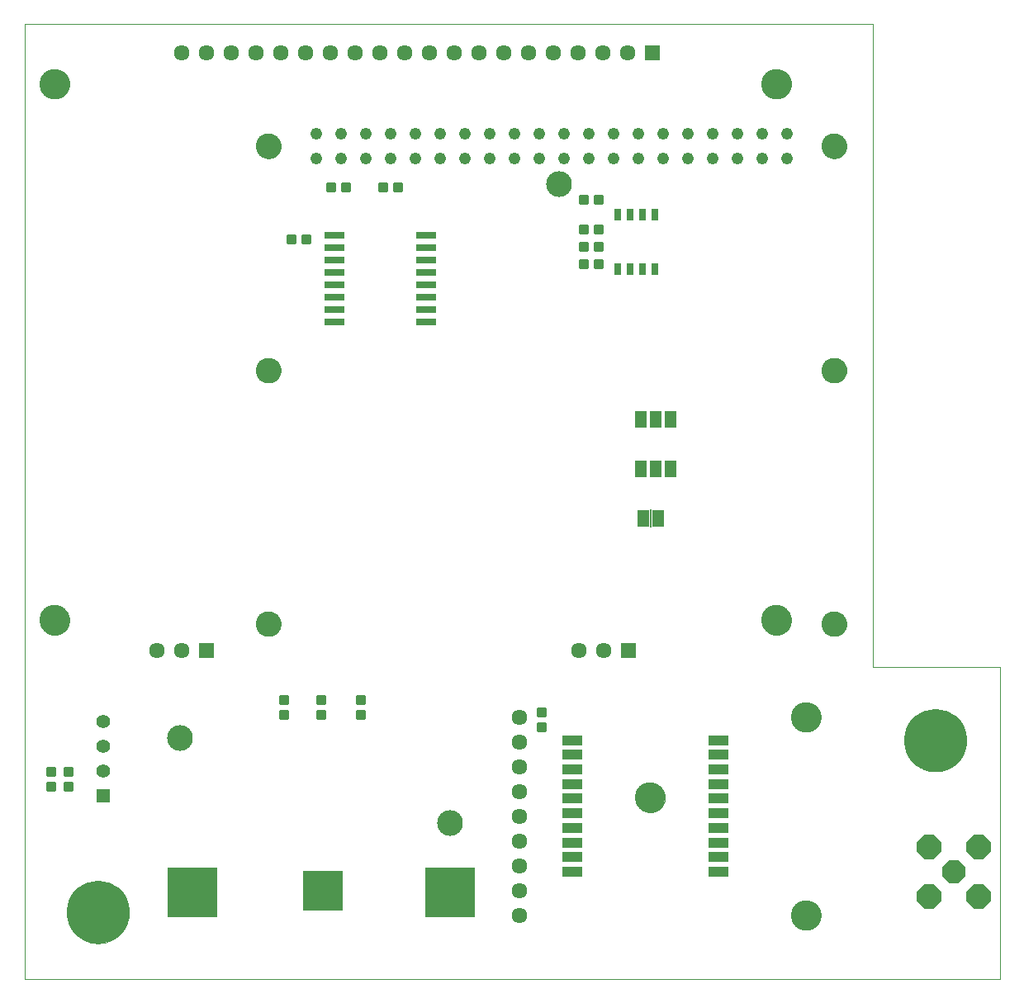
<source format=gts>
G75*
%MOIN*%
%OFA0B0*%
%FSLAX25Y25*%
%IPPOS*%
%LPD*%
%AMOC8*
5,1,8,0,0,1.08239X$1,22.5*
%
%ADD10C,0.00000*%
%ADD11C,0.25400*%
%ADD12C,0.00975*%
%ADD13C,0.06337*%
%ADD14C,0.12211*%
%ADD15C,0.04762*%
%ADD16C,0.10243*%
%ADD17R,0.05000X0.06700*%
%ADD18R,0.00600X0.07200*%
%ADD19C,0.10400*%
%ADD20R,0.20400X0.20400*%
%ADD21R,0.16000X0.16000*%
%ADD22R,0.06337X0.06337*%
%ADD23C,0.00071*%
%ADD24R,0.08274X0.04337*%
%ADD25OC8,0.09849*%
%ADD26OC8,0.09258*%
%ADD27R,0.08200X0.02500*%
%ADD28R,0.05550X0.05550*%
%ADD29C,0.05550*%
D10*
X0017623Y0012379D02*
X0017623Y0398206D01*
X0360143Y0398206D01*
X0360143Y0138363D01*
X0411324Y0138363D01*
X0411324Y0012379D01*
X0017623Y0012379D01*
X0034808Y0039343D02*
X0034812Y0039650D01*
X0034823Y0039956D01*
X0034842Y0040263D01*
X0034868Y0040568D01*
X0034902Y0040873D01*
X0034943Y0041177D01*
X0034992Y0041480D01*
X0035048Y0041782D01*
X0035112Y0042082D01*
X0035183Y0042380D01*
X0035261Y0042677D01*
X0035346Y0042972D01*
X0035439Y0043264D01*
X0035539Y0043554D01*
X0035646Y0043842D01*
X0035760Y0044127D01*
X0035880Y0044409D01*
X0036008Y0044687D01*
X0036143Y0044963D01*
X0036284Y0045235D01*
X0036432Y0045504D01*
X0036586Y0045769D01*
X0036747Y0046030D01*
X0036915Y0046288D01*
X0037088Y0046541D01*
X0037268Y0046789D01*
X0037454Y0047033D01*
X0037645Y0047273D01*
X0037843Y0047508D01*
X0038046Y0047737D01*
X0038255Y0047962D01*
X0038469Y0048182D01*
X0038689Y0048396D01*
X0038914Y0048605D01*
X0039143Y0048808D01*
X0039378Y0049006D01*
X0039618Y0049197D01*
X0039862Y0049383D01*
X0040110Y0049563D01*
X0040363Y0049736D01*
X0040621Y0049904D01*
X0040882Y0050065D01*
X0041147Y0050219D01*
X0041416Y0050367D01*
X0041688Y0050508D01*
X0041964Y0050643D01*
X0042242Y0050771D01*
X0042524Y0050891D01*
X0042809Y0051005D01*
X0043097Y0051112D01*
X0043387Y0051212D01*
X0043679Y0051305D01*
X0043974Y0051390D01*
X0044271Y0051468D01*
X0044569Y0051539D01*
X0044869Y0051603D01*
X0045171Y0051659D01*
X0045474Y0051708D01*
X0045778Y0051749D01*
X0046083Y0051783D01*
X0046388Y0051809D01*
X0046695Y0051828D01*
X0047001Y0051839D01*
X0047308Y0051843D01*
X0047615Y0051839D01*
X0047921Y0051828D01*
X0048228Y0051809D01*
X0048533Y0051783D01*
X0048838Y0051749D01*
X0049142Y0051708D01*
X0049445Y0051659D01*
X0049747Y0051603D01*
X0050047Y0051539D01*
X0050345Y0051468D01*
X0050642Y0051390D01*
X0050937Y0051305D01*
X0051229Y0051212D01*
X0051519Y0051112D01*
X0051807Y0051005D01*
X0052092Y0050891D01*
X0052374Y0050771D01*
X0052652Y0050643D01*
X0052928Y0050508D01*
X0053200Y0050367D01*
X0053469Y0050219D01*
X0053734Y0050065D01*
X0053995Y0049904D01*
X0054253Y0049736D01*
X0054506Y0049563D01*
X0054754Y0049383D01*
X0054998Y0049197D01*
X0055238Y0049006D01*
X0055473Y0048808D01*
X0055702Y0048605D01*
X0055927Y0048396D01*
X0056147Y0048182D01*
X0056361Y0047962D01*
X0056570Y0047737D01*
X0056773Y0047508D01*
X0056971Y0047273D01*
X0057162Y0047033D01*
X0057348Y0046789D01*
X0057528Y0046541D01*
X0057701Y0046288D01*
X0057869Y0046030D01*
X0058030Y0045769D01*
X0058184Y0045504D01*
X0058332Y0045235D01*
X0058473Y0044963D01*
X0058608Y0044687D01*
X0058736Y0044409D01*
X0058856Y0044127D01*
X0058970Y0043842D01*
X0059077Y0043554D01*
X0059177Y0043264D01*
X0059270Y0042972D01*
X0059355Y0042677D01*
X0059433Y0042380D01*
X0059504Y0042082D01*
X0059568Y0041782D01*
X0059624Y0041480D01*
X0059673Y0041177D01*
X0059714Y0040873D01*
X0059748Y0040568D01*
X0059774Y0040263D01*
X0059793Y0039956D01*
X0059804Y0039650D01*
X0059808Y0039343D01*
X0059804Y0039036D01*
X0059793Y0038730D01*
X0059774Y0038423D01*
X0059748Y0038118D01*
X0059714Y0037813D01*
X0059673Y0037509D01*
X0059624Y0037206D01*
X0059568Y0036904D01*
X0059504Y0036604D01*
X0059433Y0036306D01*
X0059355Y0036009D01*
X0059270Y0035714D01*
X0059177Y0035422D01*
X0059077Y0035132D01*
X0058970Y0034844D01*
X0058856Y0034559D01*
X0058736Y0034277D01*
X0058608Y0033999D01*
X0058473Y0033723D01*
X0058332Y0033451D01*
X0058184Y0033182D01*
X0058030Y0032917D01*
X0057869Y0032656D01*
X0057701Y0032398D01*
X0057528Y0032145D01*
X0057348Y0031897D01*
X0057162Y0031653D01*
X0056971Y0031413D01*
X0056773Y0031178D01*
X0056570Y0030949D01*
X0056361Y0030724D01*
X0056147Y0030504D01*
X0055927Y0030290D01*
X0055702Y0030081D01*
X0055473Y0029878D01*
X0055238Y0029680D01*
X0054998Y0029489D01*
X0054754Y0029303D01*
X0054506Y0029123D01*
X0054253Y0028950D01*
X0053995Y0028782D01*
X0053734Y0028621D01*
X0053469Y0028467D01*
X0053200Y0028319D01*
X0052928Y0028178D01*
X0052652Y0028043D01*
X0052374Y0027915D01*
X0052092Y0027795D01*
X0051807Y0027681D01*
X0051519Y0027574D01*
X0051229Y0027474D01*
X0050937Y0027381D01*
X0050642Y0027296D01*
X0050345Y0027218D01*
X0050047Y0027147D01*
X0049747Y0027083D01*
X0049445Y0027027D01*
X0049142Y0026978D01*
X0048838Y0026937D01*
X0048533Y0026903D01*
X0048228Y0026877D01*
X0047921Y0026858D01*
X0047615Y0026847D01*
X0047308Y0026843D01*
X0047001Y0026847D01*
X0046695Y0026858D01*
X0046388Y0026877D01*
X0046083Y0026903D01*
X0045778Y0026937D01*
X0045474Y0026978D01*
X0045171Y0027027D01*
X0044869Y0027083D01*
X0044569Y0027147D01*
X0044271Y0027218D01*
X0043974Y0027296D01*
X0043679Y0027381D01*
X0043387Y0027474D01*
X0043097Y0027574D01*
X0042809Y0027681D01*
X0042524Y0027795D01*
X0042242Y0027915D01*
X0041964Y0028043D01*
X0041688Y0028178D01*
X0041416Y0028319D01*
X0041147Y0028467D01*
X0040882Y0028621D01*
X0040621Y0028782D01*
X0040363Y0028950D01*
X0040110Y0029123D01*
X0039862Y0029303D01*
X0039618Y0029489D01*
X0039378Y0029680D01*
X0039143Y0029878D01*
X0038914Y0030081D01*
X0038689Y0030290D01*
X0038469Y0030504D01*
X0038255Y0030724D01*
X0038046Y0030949D01*
X0037843Y0031178D01*
X0037645Y0031413D01*
X0037454Y0031653D01*
X0037268Y0031897D01*
X0037088Y0032145D01*
X0036915Y0032398D01*
X0036747Y0032656D01*
X0036586Y0032917D01*
X0036432Y0033182D01*
X0036284Y0033451D01*
X0036143Y0033723D01*
X0036008Y0033999D01*
X0035880Y0034277D01*
X0035760Y0034559D01*
X0035646Y0034844D01*
X0035539Y0035132D01*
X0035439Y0035422D01*
X0035346Y0035714D01*
X0035261Y0036009D01*
X0035183Y0036306D01*
X0035112Y0036604D01*
X0035048Y0036904D01*
X0034992Y0037206D01*
X0034943Y0037509D01*
X0034902Y0037813D01*
X0034868Y0038118D01*
X0034842Y0038423D01*
X0034823Y0038730D01*
X0034812Y0039036D01*
X0034808Y0039343D01*
X0111206Y0155843D02*
X0111208Y0155983D01*
X0111214Y0156123D01*
X0111224Y0156262D01*
X0111238Y0156401D01*
X0111256Y0156540D01*
X0111277Y0156678D01*
X0111303Y0156816D01*
X0111333Y0156953D01*
X0111366Y0157088D01*
X0111404Y0157223D01*
X0111445Y0157357D01*
X0111490Y0157490D01*
X0111538Y0157621D01*
X0111591Y0157750D01*
X0111647Y0157879D01*
X0111706Y0158005D01*
X0111770Y0158130D01*
X0111836Y0158253D01*
X0111907Y0158374D01*
X0111980Y0158493D01*
X0112057Y0158610D01*
X0112138Y0158724D01*
X0112221Y0158836D01*
X0112308Y0158946D01*
X0112398Y0159054D01*
X0112490Y0159158D01*
X0112586Y0159260D01*
X0112685Y0159360D01*
X0112786Y0159456D01*
X0112890Y0159550D01*
X0112997Y0159640D01*
X0113106Y0159727D01*
X0113218Y0159812D01*
X0113332Y0159893D01*
X0113448Y0159971D01*
X0113566Y0160045D01*
X0113687Y0160116D01*
X0113809Y0160184D01*
X0113934Y0160248D01*
X0114060Y0160309D01*
X0114187Y0160366D01*
X0114317Y0160419D01*
X0114448Y0160469D01*
X0114580Y0160514D01*
X0114713Y0160557D01*
X0114848Y0160595D01*
X0114983Y0160629D01*
X0115120Y0160660D01*
X0115257Y0160687D01*
X0115395Y0160709D01*
X0115534Y0160728D01*
X0115673Y0160743D01*
X0115812Y0160754D01*
X0115952Y0160761D01*
X0116092Y0160764D01*
X0116232Y0160763D01*
X0116372Y0160758D01*
X0116511Y0160749D01*
X0116651Y0160736D01*
X0116790Y0160719D01*
X0116928Y0160698D01*
X0117066Y0160674D01*
X0117203Y0160645D01*
X0117339Y0160613D01*
X0117474Y0160576D01*
X0117608Y0160536D01*
X0117741Y0160492D01*
X0117872Y0160444D01*
X0118002Y0160393D01*
X0118131Y0160338D01*
X0118258Y0160279D01*
X0118383Y0160216D01*
X0118506Y0160151D01*
X0118628Y0160081D01*
X0118747Y0160008D01*
X0118865Y0159932D01*
X0118980Y0159853D01*
X0119093Y0159770D01*
X0119203Y0159684D01*
X0119311Y0159595D01*
X0119416Y0159503D01*
X0119519Y0159408D01*
X0119619Y0159310D01*
X0119716Y0159210D01*
X0119810Y0159106D01*
X0119902Y0159000D01*
X0119990Y0158892D01*
X0120075Y0158781D01*
X0120157Y0158667D01*
X0120236Y0158551D01*
X0120311Y0158434D01*
X0120383Y0158314D01*
X0120451Y0158192D01*
X0120516Y0158068D01*
X0120578Y0157942D01*
X0120636Y0157815D01*
X0120690Y0157686D01*
X0120741Y0157555D01*
X0120787Y0157423D01*
X0120830Y0157290D01*
X0120870Y0157156D01*
X0120905Y0157021D01*
X0120937Y0156884D01*
X0120964Y0156747D01*
X0120988Y0156609D01*
X0121008Y0156471D01*
X0121024Y0156332D01*
X0121036Y0156192D01*
X0121044Y0156053D01*
X0121048Y0155913D01*
X0121048Y0155773D01*
X0121044Y0155633D01*
X0121036Y0155494D01*
X0121024Y0155354D01*
X0121008Y0155215D01*
X0120988Y0155077D01*
X0120964Y0154939D01*
X0120937Y0154802D01*
X0120905Y0154665D01*
X0120870Y0154530D01*
X0120830Y0154396D01*
X0120787Y0154263D01*
X0120741Y0154131D01*
X0120690Y0154000D01*
X0120636Y0153871D01*
X0120578Y0153744D01*
X0120516Y0153618D01*
X0120451Y0153494D01*
X0120383Y0153372D01*
X0120311Y0153252D01*
X0120236Y0153135D01*
X0120157Y0153019D01*
X0120075Y0152905D01*
X0119990Y0152794D01*
X0119902Y0152686D01*
X0119810Y0152580D01*
X0119716Y0152476D01*
X0119619Y0152376D01*
X0119519Y0152278D01*
X0119416Y0152183D01*
X0119311Y0152091D01*
X0119203Y0152002D01*
X0119093Y0151916D01*
X0118980Y0151833D01*
X0118865Y0151754D01*
X0118747Y0151678D01*
X0118628Y0151605D01*
X0118506Y0151535D01*
X0118383Y0151470D01*
X0118258Y0151407D01*
X0118131Y0151348D01*
X0118002Y0151293D01*
X0117872Y0151242D01*
X0117741Y0151194D01*
X0117608Y0151150D01*
X0117474Y0151110D01*
X0117339Y0151073D01*
X0117203Y0151041D01*
X0117066Y0151012D01*
X0116928Y0150988D01*
X0116790Y0150967D01*
X0116651Y0150950D01*
X0116511Y0150937D01*
X0116372Y0150928D01*
X0116232Y0150923D01*
X0116092Y0150922D01*
X0115952Y0150925D01*
X0115812Y0150932D01*
X0115673Y0150943D01*
X0115534Y0150958D01*
X0115395Y0150977D01*
X0115257Y0150999D01*
X0115120Y0151026D01*
X0114983Y0151057D01*
X0114848Y0151091D01*
X0114713Y0151129D01*
X0114580Y0151172D01*
X0114448Y0151217D01*
X0114317Y0151267D01*
X0114187Y0151320D01*
X0114060Y0151377D01*
X0113934Y0151438D01*
X0113809Y0151502D01*
X0113687Y0151570D01*
X0113566Y0151641D01*
X0113448Y0151715D01*
X0113332Y0151793D01*
X0113218Y0151874D01*
X0113106Y0151959D01*
X0112997Y0152046D01*
X0112890Y0152136D01*
X0112786Y0152230D01*
X0112685Y0152326D01*
X0112586Y0152426D01*
X0112490Y0152528D01*
X0112398Y0152632D01*
X0112308Y0152740D01*
X0112221Y0152850D01*
X0112138Y0152962D01*
X0112057Y0153076D01*
X0111980Y0153193D01*
X0111907Y0153312D01*
X0111836Y0153433D01*
X0111770Y0153556D01*
X0111706Y0153681D01*
X0111647Y0153807D01*
X0111591Y0153936D01*
X0111538Y0154065D01*
X0111490Y0154196D01*
X0111445Y0154329D01*
X0111404Y0154463D01*
X0111366Y0154598D01*
X0111333Y0154733D01*
X0111303Y0154870D01*
X0111277Y0155008D01*
X0111256Y0155146D01*
X0111238Y0155285D01*
X0111224Y0155424D01*
X0111214Y0155563D01*
X0111208Y0155703D01*
X0111206Y0155843D01*
X0023914Y0157316D02*
X0023916Y0157469D01*
X0023922Y0157623D01*
X0023932Y0157776D01*
X0023946Y0157928D01*
X0023964Y0158081D01*
X0023986Y0158232D01*
X0024011Y0158383D01*
X0024041Y0158534D01*
X0024075Y0158684D01*
X0024112Y0158832D01*
X0024153Y0158980D01*
X0024198Y0159126D01*
X0024247Y0159272D01*
X0024300Y0159416D01*
X0024356Y0159558D01*
X0024416Y0159699D01*
X0024480Y0159839D01*
X0024547Y0159977D01*
X0024618Y0160113D01*
X0024693Y0160247D01*
X0024770Y0160379D01*
X0024852Y0160509D01*
X0024936Y0160637D01*
X0025024Y0160763D01*
X0025115Y0160886D01*
X0025209Y0161007D01*
X0025307Y0161125D01*
X0025407Y0161241D01*
X0025511Y0161354D01*
X0025617Y0161465D01*
X0025726Y0161573D01*
X0025838Y0161678D01*
X0025952Y0161779D01*
X0026070Y0161878D01*
X0026189Y0161974D01*
X0026311Y0162067D01*
X0026436Y0162156D01*
X0026563Y0162243D01*
X0026692Y0162325D01*
X0026823Y0162405D01*
X0026956Y0162481D01*
X0027091Y0162554D01*
X0027228Y0162623D01*
X0027367Y0162688D01*
X0027507Y0162750D01*
X0027649Y0162808D01*
X0027792Y0162863D01*
X0027937Y0162914D01*
X0028083Y0162961D01*
X0028230Y0163004D01*
X0028378Y0163043D01*
X0028527Y0163079D01*
X0028677Y0163110D01*
X0028828Y0163138D01*
X0028979Y0163162D01*
X0029132Y0163182D01*
X0029284Y0163198D01*
X0029437Y0163210D01*
X0029590Y0163218D01*
X0029743Y0163222D01*
X0029897Y0163222D01*
X0030050Y0163218D01*
X0030203Y0163210D01*
X0030356Y0163198D01*
X0030508Y0163182D01*
X0030661Y0163162D01*
X0030812Y0163138D01*
X0030963Y0163110D01*
X0031113Y0163079D01*
X0031262Y0163043D01*
X0031410Y0163004D01*
X0031557Y0162961D01*
X0031703Y0162914D01*
X0031848Y0162863D01*
X0031991Y0162808D01*
X0032133Y0162750D01*
X0032273Y0162688D01*
X0032412Y0162623D01*
X0032549Y0162554D01*
X0032684Y0162481D01*
X0032817Y0162405D01*
X0032948Y0162325D01*
X0033077Y0162243D01*
X0033204Y0162156D01*
X0033329Y0162067D01*
X0033451Y0161974D01*
X0033570Y0161878D01*
X0033688Y0161779D01*
X0033802Y0161678D01*
X0033914Y0161573D01*
X0034023Y0161465D01*
X0034129Y0161354D01*
X0034233Y0161241D01*
X0034333Y0161125D01*
X0034431Y0161007D01*
X0034525Y0160886D01*
X0034616Y0160763D01*
X0034704Y0160637D01*
X0034788Y0160509D01*
X0034870Y0160379D01*
X0034947Y0160247D01*
X0035022Y0160113D01*
X0035093Y0159977D01*
X0035160Y0159839D01*
X0035224Y0159699D01*
X0035284Y0159558D01*
X0035340Y0159416D01*
X0035393Y0159272D01*
X0035442Y0159126D01*
X0035487Y0158980D01*
X0035528Y0158832D01*
X0035565Y0158684D01*
X0035599Y0158534D01*
X0035629Y0158383D01*
X0035654Y0158232D01*
X0035676Y0158081D01*
X0035694Y0157928D01*
X0035708Y0157776D01*
X0035718Y0157623D01*
X0035724Y0157469D01*
X0035726Y0157316D01*
X0035724Y0157163D01*
X0035718Y0157009D01*
X0035708Y0156856D01*
X0035694Y0156704D01*
X0035676Y0156551D01*
X0035654Y0156400D01*
X0035629Y0156249D01*
X0035599Y0156098D01*
X0035565Y0155948D01*
X0035528Y0155800D01*
X0035487Y0155652D01*
X0035442Y0155506D01*
X0035393Y0155360D01*
X0035340Y0155216D01*
X0035284Y0155074D01*
X0035224Y0154933D01*
X0035160Y0154793D01*
X0035093Y0154655D01*
X0035022Y0154519D01*
X0034947Y0154385D01*
X0034870Y0154253D01*
X0034788Y0154123D01*
X0034704Y0153995D01*
X0034616Y0153869D01*
X0034525Y0153746D01*
X0034431Y0153625D01*
X0034333Y0153507D01*
X0034233Y0153391D01*
X0034129Y0153278D01*
X0034023Y0153167D01*
X0033914Y0153059D01*
X0033802Y0152954D01*
X0033688Y0152853D01*
X0033570Y0152754D01*
X0033451Y0152658D01*
X0033329Y0152565D01*
X0033204Y0152476D01*
X0033077Y0152389D01*
X0032948Y0152307D01*
X0032817Y0152227D01*
X0032684Y0152151D01*
X0032549Y0152078D01*
X0032412Y0152009D01*
X0032273Y0151944D01*
X0032133Y0151882D01*
X0031991Y0151824D01*
X0031848Y0151769D01*
X0031703Y0151718D01*
X0031557Y0151671D01*
X0031410Y0151628D01*
X0031262Y0151589D01*
X0031113Y0151553D01*
X0030963Y0151522D01*
X0030812Y0151494D01*
X0030661Y0151470D01*
X0030508Y0151450D01*
X0030356Y0151434D01*
X0030203Y0151422D01*
X0030050Y0151414D01*
X0029897Y0151410D01*
X0029743Y0151410D01*
X0029590Y0151414D01*
X0029437Y0151422D01*
X0029284Y0151434D01*
X0029132Y0151450D01*
X0028979Y0151470D01*
X0028828Y0151494D01*
X0028677Y0151522D01*
X0028527Y0151553D01*
X0028378Y0151589D01*
X0028230Y0151628D01*
X0028083Y0151671D01*
X0027937Y0151718D01*
X0027792Y0151769D01*
X0027649Y0151824D01*
X0027507Y0151882D01*
X0027367Y0151944D01*
X0027228Y0152009D01*
X0027091Y0152078D01*
X0026956Y0152151D01*
X0026823Y0152227D01*
X0026692Y0152307D01*
X0026563Y0152389D01*
X0026436Y0152476D01*
X0026311Y0152565D01*
X0026189Y0152658D01*
X0026070Y0152754D01*
X0025952Y0152853D01*
X0025838Y0152954D01*
X0025726Y0153059D01*
X0025617Y0153167D01*
X0025511Y0153278D01*
X0025407Y0153391D01*
X0025307Y0153507D01*
X0025209Y0153625D01*
X0025115Y0153746D01*
X0025024Y0153869D01*
X0024936Y0153995D01*
X0024852Y0154123D01*
X0024770Y0154253D01*
X0024693Y0154385D01*
X0024618Y0154519D01*
X0024547Y0154655D01*
X0024480Y0154793D01*
X0024416Y0154933D01*
X0024356Y0155074D01*
X0024300Y0155216D01*
X0024247Y0155360D01*
X0024198Y0155506D01*
X0024153Y0155652D01*
X0024112Y0155800D01*
X0024075Y0155948D01*
X0024041Y0156098D01*
X0024011Y0156249D01*
X0023986Y0156400D01*
X0023964Y0156551D01*
X0023946Y0156704D01*
X0023932Y0156856D01*
X0023922Y0157009D01*
X0023916Y0157163D01*
X0023914Y0157316D01*
X0111206Y0258206D02*
X0111208Y0258346D01*
X0111214Y0258486D01*
X0111224Y0258625D01*
X0111238Y0258764D01*
X0111256Y0258903D01*
X0111277Y0259041D01*
X0111303Y0259179D01*
X0111333Y0259316D01*
X0111366Y0259451D01*
X0111404Y0259586D01*
X0111445Y0259720D01*
X0111490Y0259853D01*
X0111538Y0259984D01*
X0111591Y0260113D01*
X0111647Y0260242D01*
X0111706Y0260368D01*
X0111770Y0260493D01*
X0111836Y0260616D01*
X0111907Y0260737D01*
X0111980Y0260856D01*
X0112057Y0260973D01*
X0112138Y0261087D01*
X0112221Y0261199D01*
X0112308Y0261309D01*
X0112398Y0261417D01*
X0112490Y0261521D01*
X0112586Y0261623D01*
X0112685Y0261723D01*
X0112786Y0261819D01*
X0112890Y0261913D01*
X0112997Y0262003D01*
X0113106Y0262090D01*
X0113218Y0262175D01*
X0113332Y0262256D01*
X0113448Y0262334D01*
X0113566Y0262408D01*
X0113687Y0262479D01*
X0113809Y0262547D01*
X0113934Y0262611D01*
X0114060Y0262672D01*
X0114187Y0262729D01*
X0114317Y0262782D01*
X0114448Y0262832D01*
X0114580Y0262877D01*
X0114713Y0262920D01*
X0114848Y0262958D01*
X0114983Y0262992D01*
X0115120Y0263023D01*
X0115257Y0263050D01*
X0115395Y0263072D01*
X0115534Y0263091D01*
X0115673Y0263106D01*
X0115812Y0263117D01*
X0115952Y0263124D01*
X0116092Y0263127D01*
X0116232Y0263126D01*
X0116372Y0263121D01*
X0116511Y0263112D01*
X0116651Y0263099D01*
X0116790Y0263082D01*
X0116928Y0263061D01*
X0117066Y0263037D01*
X0117203Y0263008D01*
X0117339Y0262976D01*
X0117474Y0262939D01*
X0117608Y0262899D01*
X0117741Y0262855D01*
X0117872Y0262807D01*
X0118002Y0262756D01*
X0118131Y0262701D01*
X0118258Y0262642D01*
X0118383Y0262579D01*
X0118506Y0262514D01*
X0118628Y0262444D01*
X0118747Y0262371D01*
X0118865Y0262295D01*
X0118980Y0262216D01*
X0119093Y0262133D01*
X0119203Y0262047D01*
X0119311Y0261958D01*
X0119416Y0261866D01*
X0119519Y0261771D01*
X0119619Y0261673D01*
X0119716Y0261573D01*
X0119810Y0261469D01*
X0119902Y0261363D01*
X0119990Y0261255D01*
X0120075Y0261144D01*
X0120157Y0261030D01*
X0120236Y0260914D01*
X0120311Y0260797D01*
X0120383Y0260677D01*
X0120451Y0260555D01*
X0120516Y0260431D01*
X0120578Y0260305D01*
X0120636Y0260178D01*
X0120690Y0260049D01*
X0120741Y0259918D01*
X0120787Y0259786D01*
X0120830Y0259653D01*
X0120870Y0259519D01*
X0120905Y0259384D01*
X0120937Y0259247D01*
X0120964Y0259110D01*
X0120988Y0258972D01*
X0121008Y0258834D01*
X0121024Y0258695D01*
X0121036Y0258555D01*
X0121044Y0258416D01*
X0121048Y0258276D01*
X0121048Y0258136D01*
X0121044Y0257996D01*
X0121036Y0257857D01*
X0121024Y0257717D01*
X0121008Y0257578D01*
X0120988Y0257440D01*
X0120964Y0257302D01*
X0120937Y0257165D01*
X0120905Y0257028D01*
X0120870Y0256893D01*
X0120830Y0256759D01*
X0120787Y0256626D01*
X0120741Y0256494D01*
X0120690Y0256363D01*
X0120636Y0256234D01*
X0120578Y0256107D01*
X0120516Y0255981D01*
X0120451Y0255857D01*
X0120383Y0255735D01*
X0120311Y0255615D01*
X0120236Y0255498D01*
X0120157Y0255382D01*
X0120075Y0255268D01*
X0119990Y0255157D01*
X0119902Y0255049D01*
X0119810Y0254943D01*
X0119716Y0254839D01*
X0119619Y0254739D01*
X0119519Y0254641D01*
X0119416Y0254546D01*
X0119311Y0254454D01*
X0119203Y0254365D01*
X0119093Y0254279D01*
X0118980Y0254196D01*
X0118865Y0254117D01*
X0118747Y0254041D01*
X0118628Y0253968D01*
X0118506Y0253898D01*
X0118383Y0253833D01*
X0118258Y0253770D01*
X0118131Y0253711D01*
X0118002Y0253656D01*
X0117872Y0253605D01*
X0117741Y0253557D01*
X0117608Y0253513D01*
X0117474Y0253473D01*
X0117339Y0253436D01*
X0117203Y0253404D01*
X0117066Y0253375D01*
X0116928Y0253351D01*
X0116790Y0253330D01*
X0116651Y0253313D01*
X0116511Y0253300D01*
X0116372Y0253291D01*
X0116232Y0253286D01*
X0116092Y0253285D01*
X0115952Y0253288D01*
X0115812Y0253295D01*
X0115673Y0253306D01*
X0115534Y0253321D01*
X0115395Y0253340D01*
X0115257Y0253362D01*
X0115120Y0253389D01*
X0114983Y0253420D01*
X0114848Y0253454D01*
X0114713Y0253492D01*
X0114580Y0253535D01*
X0114448Y0253580D01*
X0114317Y0253630D01*
X0114187Y0253683D01*
X0114060Y0253740D01*
X0113934Y0253801D01*
X0113809Y0253865D01*
X0113687Y0253933D01*
X0113566Y0254004D01*
X0113448Y0254078D01*
X0113332Y0254156D01*
X0113218Y0254237D01*
X0113106Y0254322D01*
X0112997Y0254409D01*
X0112890Y0254499D01*
X0112786Y0254593D01*
X0112685Y0254689D01*
X0112586Y0254789D01*
X0112490Y0254891D01*
X0112398Y0254995D01*
X0112308Y0255103D01*
X0112221Y0255213D01*
X0112138Y0255325D01*
X0112057Y0255439D01*
X0111980Y0255556D01*
X0111907Y0255675D01*
X0111836Y0255796D01*
X0111770Y0255919D01*
X0111706Y0256044D01*
X0111647Y0256170D01*
X0111591Y0256299D01*
X0111538Y0256428D01*
X0111490Y0256559D01*
X0111445Y0256692D01*
X0111404Y0256826D01*
X0111366Y0256961D01*
X0111333Y0257096D01*
X0111303Y0257233D01*
X0111277Y0257371D01*
X0111256Y0257509D01*
X0111238Y0257648D01*
X0111224Y0257787D01*
X0111214Y0257926D01*
X0111208Y0258066D01*
X0111206Y0258206D01*
X0111206Y0348757D02*
X0111208Y0348897D01*
X0111214Y0349037D01*
X0111224Y0349176D01*
X0111238Y0349315D01*
X0111256Y0349454D01*
X0111277Y0349592D01*
X0111303Y0349730D01*
X0111333Y0349867D01*
X0111366Y0350002D01*
X0111404Y0350137D01*
X0111445Y0350271D01*
X0111490Y0350404D01*
X0111538Y0350535D01*
X0111591Y0350664D01*
X0111647Y0350793D01*
X0111706Y0350919D01*
X0111770Y0351044D01*
X0111836Y0351167D01*
X0111907Y0351288D01*
X0111980Y0351407D01*
X0112057Y0351524D01*
X0112138Y0351638D01*
X0112221Y0351750D01*
X0112308Y0351860D01*
X0112398Y0351968D01*
X0112490Y0352072D01*
X0112586Y0352174D01*
X0112685Y0352274D01*
X0112786Y0352370D01*
X0112890Y0352464D01*
X0112997Y0352554D01*
X0113106Y0352641D01*
X0113218Y0352726D01*
X0113332Y0352807D01*
X0113448Y0352885D01*
X0113566Y0352959D01*
X0113687Y0353030D01*
X0113809Y0353098D01*
X0113934Y0353162D01*
X0114060Y0353223D01*
X0114187Y0353280D01*
X0114317Y0353333D01*
X0114448Y0353383D01*
X0114580Y0353428D01*
X0114713Y0353471D01*
X0114848Y0353509D01*
X0114983Y0353543D01*
X0115120Y0353574D01*
X0115257Y0353601D01*
X0115395Y0353623D01*
X0115534Y0353642D01*
X0115673Y0353657D01*
X0115812Y0353668D01*
X0115952Y0353675D01*
X0116092Y0353678D01*
X0116232Y0353677D01*
X0116372Y0353672D01*
X0116511Y0353663D01*
X0116651Y0353650D01*
X0116790Y0353633D01*
X0116928Y0353612D01*
X0117066Y0353588D01*
X0117203Y0353559D01*
X0117339Y0353527D01*
X0117474Y0353490D01*
X0117608Y0353450D01*
X0117741Y0353406D01*
X0117872Y0353358D01*
X0118002Y0353307D01*
X0118131Y0353252D01*
X0118258Y0353193D01*
X0118383Y0353130D01*
X0118506Y0353065D01*
X0118628Y0352995D01*
X0118747Y0352922D01*
X0118865Y0352846D01*
X0118980Y0352767D01*
X0119093Y0352684D01*
X0119203Y0352598D01*
X0119311Y0352509D01*
X0119416Y0352417D01*
X0119519Y0352322D01*
X0119619Y0352224D01*
X0119716Y0352124D01*
X0119810Y0352020D01*
X0119902Y0351914D01*
X0119990Y0351806D01*
X0120075Y0351695D01*
X0120157Y0351581D01*
X0120236Y0351465D01*
X0120311Y0351348D01*
X0120383Y0351228D01*
X0120451Y0351106D01*
X0120516Y0350982D01*
X0120578Y0350856D01*
X0120636Y0350729D01*
X0120690Y0350600D01*
X0120741Y0350469D01*
X0120787Y0350337D01*
X0120830Y0350204D01*
X0120870Y0350070D01*
X0120905Y0349935D01*
X0120937Y0349798D01*
X0120964Y0349661D01*
X0120988Y0349523D01*
X0121008Y0349385D01*
X0121024Y0349246D01*
X0121036Y0349106D01*
X0121044Y0348967D01*
X0121048Y0348827D01*
X0121048Y0348687D01*
X0121044Y0348547D01*
X0121036Y0348408D01*
X0121024Y0348268D01*
X0121008Y0348129D01*
X0120988Y0347991D01*
X0120964Y0347853D01*
X0120937Y0347716D01*
X0120905Y0347579D01*
X0120870Y0347444D01*
X0120830Y0347310D01*
X0120787Y0347177D01*
X0120741Y0347045D01*
X0120690Y0346914D01*
X0120636Y0346785D01*
X0120578Y0346658D01*
X0120516Y0346532D01*
X0120451Y0346408D01*
X0120383Y0346286D01*
X0120311Y0346166D01*
X0120236Y0346049D01*
X0120157Y0345933D01*
X0120075Y0345819D01*
X0119990Y0345708D01*
X0119902Y0345600D01*
X0119810Y0345494D01*
X0119716Y0345390D01*
X0119619Y0345290D01*
X0119519Y0345192D01*
X0119416Y0345097D01*
X0119311Y0345005D01*
X0119203Y0344916D01*
X0119093Y0344830D01*
X0118980Y0344747D01*
X0118865Y0344668D01*
X0118747Y0344592D01*
X0118628Y0344519D01*
X0118506Y0344449D01*
X0118383Y0344384D01*
X0118258Y0344321D01*
X0118131Y0344262D01*
X0118002Y0344207D01*
X0117872Y0344156D01*
X0117741Y0344108D01*
X0117608Y0344064D01*
X0117474Y0344024D01*
X0117339Y0343987D01*
X0117203Y0343955D01*
X0117066Y0343926D01*
X0116928Y0343902D01*
X0116790Y0343881D01*
X0116651Y0343864D01*
X0116511Y0343851D01*
X0116372Y0343842D01*
X0116232Y0343837D01*
X0116092Y0343836D01*
X0115952Y0343839D01*
X0115812Y0343846D01*
X0115673Y0343857D01*
X0115534Y0343872D01*
X0115395Y0343891D01*
X0115257Y0343913D01*
X0115120Y0343940D01*
X0114983Y0343971D01*
X0114848Y0344005D01*
X0114713Y0344043D01*
X0114580Y0344086D01*
X0114448Y0344131D01*
X0114317Y0344181D01*
X0114187Y0344234D01*
X0114060Y0344291D01*
X0113934Y0344352D01*
X0113809Y0344416D01*
X0113687Y0344484D01*
X0113566Y0344555D01*
X0113448Y0344629D01*
X0113332Y0344707D01*
X0113218Y0344788D01*
X0113106Y0344873D01*
X0112997Y0344960D01*
X0112890Y0345050D01*
X0112786Y0345144D01*
X0112685Y0345240D01*
X0112586Y0345340D01*
X0112490Y0345442D01*
X0112398Y0345546D01*
X0112308Y0345654D01*
X0112221Y0345764D01*
X0112138Y0345876D01*
X0112057Y0345990D01*
X0111980Y0346107D01*
X0111907Y0346226D01*
X0111836Y0346347D01*
X0111770Y0346470D01*
X0111706Y0346595D01*
X0111647Y0346721D01*
X0111591Y0346850D01*
X0111538Y0346979D01*
X0111490Y0347110D01*
X0111445Y0347243D01*
X0111404Y0347377D01*
X0111366Y0347512D01*
X0111333Y0347647D01*
X0111303Y0347784D01*
X0111277Y0347922D01*
X0111256Y0348060D01*
X0111238Y0348199D01*
X0111224Y0348338D01*
X0111214Y0348477D01*
X0111208Y0348617D01*
X0111206Y0348757D01*
X0023914Y0373851D02*
X0023916Y0374004D01*
X0023922Y0374158D01*
X0023932Y0374311D01*
X0023946Y0374463D01*
X0023964Y0374616D01*
X0023986Y0374767D01*
X0024011Y0374918D01*
X0024041Y0375069D01*
X0024075Y0375219D01*
X0024112Y0375367D01*
X0024153Y0375515D01*
X0024198Y0375661D01*
X0024247Y0375807D01*
X0024300Y0375951D01*
X0024356Y0376093D01*
X0024416Y0376234D01*
X0024480Y0376374D01*
X0024547Y0376512D01*
X0024618Y0376648D01*
X0024693Y0376782D01*
X0024770Y0376914D01*
X0024852Y0377044D01*
X0024936Y0377172D01*
X0025024Y0377298D01*
X0025115Y0377421D01*
X0025209Y0377542D01*
X0025307Y0377660D01*
X0025407Y0377776D01*
X0025511Y0377889D01*
X0025617Y0378000D01*
X0025726Y0378108D01*
X0025838Y0378213D01*
X0025952Y0378314D01*
X0026070Y0378413D01*
X0026189Y0378509D01*
X0026311Y0378602D01*
X0026436Y0378691D01*
X0026563Y0378778D01*
X0026692Y0378860D01*
X0026823Y0378940D01*
X0026956Y0379016D01*
X0027091Y0379089D01*
X0027228Y0379158D01*
X0027367Y0379223D01*
X0027507Y0379285D01*
X0027649Y0379343D01*
X0027792Y0379398D01*
X0027937Y0379449D01*
X0028083Y0379496D01*
X0028230Y0379539D01*
X0028378Y0379578D01*
X0028527Y0379614D01*
X0028677Y0379645D01*
X0028828Y0379673D01*
X0028979Y0379697D01*
X0029132Y0379717D01*
X0029284Y0379733D01*
X0029437Y0379745D01*
X0029590Y0379753D01*
X0029743Y0379757D01*
X0029897Y0379757D01*
X0030050Y0379753D01*
X0030203Y0379745D01*
X0030356Y0379733D01*
X0030508Y0379717D01*
X0030661Y0379697D01*
X0030812Y0379673D01*
X0030963Y0379645D01*
X0031113Y0379614D01*
X0031262Y0379578D01*
X0031410Y0379539D01*
X0031557Y0379496D01*
X0031703Y0379449D01*
X0031848Y0379398D01*
X0031991Y0379343D01*
X0032133Y0379285D01*
X0032273Y0379223D01*
X0032412Y0379158D01*
X0032549Y0379089D01*
X0032684Y0379016D01*
X0032817Y0378940D01*
X0032948Y0378860D01*
X0033077Y0378778D01*
X0033204Y0378691D01*
X0033329Y0378602D01*
X0033451Y0378509D01*
X0033570Y0378413D01*
X0033688Y0378314D01*
X0033802Y0378213D01*
X0033914Y0378108D01*
X0034023Y0378000D01*
X0034129Y0377889D01*
X0034233Y0377776D01*
X0034333Y0377660D01*
X0034431Y0377542D01*
X0034525Y0377421D01*
X0034616Y0377298D01*
X0034704Y0377172D01*
X0034788Y0377044D01*
X0034870Y0376914D01*
X0034947Y0376782D01*
X0035022Y0376648D01*
X0035093Y0376512D01*
X0035160Y0376374D01*
X0035224Y0376234D01*
X0035284Y0376093D01*
X0035340Y0375951D01*
X0035393Y0375807D01*
X0035442Y0375661D01*
X0035487Y0375515D01*
X0035528Y0375367D01*
X0035565Y0375219D01*
X0035599Y0375069D01*
X0035629Y0374918D01*
X0035654Y0374767D01*
X0035676Y0374616D01*
X0035694Y0374463D01*
X0035708Y0374311D01*
X0035718Y0374158D01*
X0035724Y0374004D01*
X0035726Y0373851D01*
X0035724Y0373698D01*
X0035718Y0373544D01*
X0035708Y0373391D01*
X0035694Y0373239D01*
X0035676Y0373086D01*
X0035654Y0372935D01*
X0035629Y0372784D01*
X0035599Y0372633D01*
X0035565Y0372483D01*
X0035528Y0372335D01*
X0035487Y0372187D01*
X0035442Y0372041D01*
X0035393Y0371895D01*
X0035340Y0371751D01*
X0035284Y0371609D01*
X0035224Y0371468D01*
X0035160Y0371328D01*
X0035093Y0371190D01*
X0035022Y0371054D01*
X0034947Y0370920D01*
X0034870Y0370788D01*
X0034788Y0370658D01*
X0034704Y0370530D01*
X0034616Y0370404D01*
X0034525Y0370281D01*
X0034431Y0370160D01*
X0034333Y0370042D01*
X0034233Y0369926D01*
X0034129Y0369813D01*
X0034023Y0369702D01*
X0033914Y0369594D01*
X0033802Y0369489D01*
X0033688Y0369388D01*
X0033570Y0369289D01*
X0033451Y0369193D01*
X0033329Y0369100D01*
X0033204Y0369011D01*
X0033077Y0368924D01*
X0032948Y0368842D01*
X0032817Y0368762D01*
X0032684Y0368686D01*
X0032549Y0368613D01*
X0032412Y0368544D01*
X0032273Y0368479D01*
X0032133Y0368417D01*
X0031991Y0368359D01*
X0031848Y0368304D01*
X0031703Y0368253D01*
X0031557Y0368206D01*
X0031410Y0368163D01*
X0031262Y0368124D01*
X0031113Y0368088D01*
X0030963Y0368057D01*
X0030812Y0368029D01*
X0030661Y0368005D01*
X0030508Y0367985D01*
X0030356Y0367969D01*
X0030203Y0367957D01*
X0030050Y0367949D01*
X0029897Y0367945D01*
X0029743Y0367945D01*
X0029590Y0367949D01*
X0029437Y0367957D01*
X0029284Y0367969D01*
X0029132Y0367985D01*
X0028979Y0368005D01*
X0028828Y0368029D01*
X0028677Y0368057D01*
X0028527Y0368088D01*
X0028378Y0368124D01*
X0028230Y0368163D01*
X0028083Y0368206D01*
X0027937Y0368253D01*
X0027792Y0368304D01*
X0027649Y0368359D01*
X0027507Y0368417D01*
X0027367Y0368479D01*
X0027228Y0368544D01*
X0027091Y0368613D01*
X0026956Y0368686D01*
X0026823Y0368762D01*
X0026692Y0368842D01*
X0026563Y0368924D01*
X0026436Y0369011D01*
X0026311Y0369100D01*
X0026189Y0369193D01*
X0026070Y0369289D01*
X0025952Y0369388D01*
X0025838Y0369489D01*
X0025726Y0369594D01*
X0025617Y0369702D01*
X0025511Y0369813D01*
X0025407Y0369926D01*
X0025307Y0370042D01*
X0025209Y0370160D01*
X0025115Y0370281D01*
X0025024Y0370404D01*
X0024936Y0370530D01*
X0024852Y0370658D01*
X0024770Y0370788D01*
X0024693Y0370920D01*
X0024618Y0371054D01*
X0024547Y0371190D01*
X0024480Y0371328D01*
X0024416Y0371468D01*
X0024356Y0371609D01*
X0024300Y0371751D01*
X0024247Y0371895D01*
X0024198Y0372041D01*
X0024153Y0372187D01*
X0024112Y0372335D01*
X0024075Y0372483D01*
X0024041Y0372633D01*
X0024011Y0372784D01*
X0023986Y0372935D01*
X0023964Y0373086D01*
X0023946Y0373239D01*
X0023932Y0373391D01*
X0023922Y0373544D01*
X0023916Y0373698D01*
X0023914Y0373851D01*
X0264363Y0085646D02*
X0264365Y0085799D01*
X0264371Y0085953D01*
X0264381Y0086106D01*
X0264395Y0086258D01*
X0264413Y0086411D01*
X0264435Y0086562D01*
X0264460Y0086713D01*
X0264490Y0086864D01*
X0264524Y0087014D01*
X0264561Y0087162D01*
X0264602Y0087310D01*
X0264647Y0087456D01*
X0264696Y0087602D01*
X0264749Y0087746D01*
X0264805Y0087888D01*
X0264865Y0088029D01*
X0264929Y0088169D01*
X0264996Y0088307D01*
X0265067Y0088443D01*
X0265142Y0088577D01*
X0265219Y0088709D01*
X0265301Y0088839D01*
X0265385Y0088967D01*
X0265473Y0089093D01*
X0265564Y0089216D01*
X0265658Y0089337D01*
X0265756Y0089455D01*
X0265856Y0089571D01*
X0265960Y0089684D01*
X0266066Y0089795D01*
X0266175Y0089903D01*
X0266287Y0090008D01*
X0266401Y0090109D01*
X0266519Y0090208D01*
X0266638Y0090304D01*
X0266760Y0090397D01*
X0266885Y0090486D01*
X0267012Y0090573D01*
X0267141Y0090655D01*
X0267272Y0090735D01*
X0267405Y0090811D01*
X0267540Y0090884D01*
X0267677Y0090953D01*
X0267816Y0091018D01*
X0267956Y0091080D01*
X0268098Y0091138D01*
X0268241Y0091193D01*
X0268386Y0091244D01*
X0268532Y0091291D01*
X0268679Y0091334D01*
X0268827Y0091373D01*
X0268976Y0091409D01*
X0269126Y0091440D01*
X0269277Y0091468D01*
X0269428Y0091492D01*
X0269581Y0091512D01*
X0269733Y0091528D01*
X0269886Y0091540D01*
X0270039Y0091548D01*
X0270192Y0091552D01*
X0270346Y0091552D01*
X0270499Y0091548D01*
X0270652Y0091540D01*
X0270805Y0091528D01*
X0270957Y0091512D01*
X0271110Y0091492D01*
X0271261Y0091468D01*
X0271412Y0091440D01*
X0271562Y0091409D01*
X0271711Y0091373D01*
X0271859Y0091334D01*
X0272006Y0091291D01*
X0272152Y0091244D01*
X0272297Y0091193D01*
X0272440Y0091138D01*
X0272582Y0091080D01*
X0272722Y0091018D01*
X0272861Y0090953D01*
X0272998Y0090884D01*
X0273133Y0090811D01*
X0273266Y0090735D01*
X0273397Y0090655D01*
X0273526Y0090573D01*
X0273653Y0090486D01*
X0273778Y0090397D01*
X0273900Y0090304D01*
X0274019Y0090208D01*
X0274137Y0090109D01*
X0274251Y0090008D01*
X0274363Y0089903D01*
X0274472Y0089795D01*
X0274578Y0089684D01*
X0274682Y0089571D01*
X0274782Y0089455D01*
X0274880Y0089337D01*
X0274974Y0089216D01*
X0275065Y0089093D01*
X0275153Y0088967D01*
X0275237Y0088839D01*
X0275319Y0088709D01*
X0275396Y0088577D01*
X0275471Y0088443D01*
X0275542Y0088307D01*
X0275609Y0088169D01*
X0275673Y0088029D01*
X0275733Y0087888D01*
X0275789Y0087746D01*
X0275842Y0087602D01*
X0275891Y0087456D01*
X0275936Y0087310D01*
X0275977Y0087162D01*
X0276014Y0087014D01*
X0276048Y0086864D01*
X0276078Y0086713D01*
X0276103Y0086562D01*
X0276125Y0086411D01*
X0276143Y0086258D01*
X0276157Y0086106D01*
X0276167Y0085953D01*
X0276173Y0085799D01*
X0276175Y0085646D01*
X0276173Y0085493D01*
X0276167Y0085339D01*
X0276157Y0085186D01*
X0276143Y0085034D01*
X0276125Y0084881D01*
X0276103Y0084730D01*
X0276078Y0084579D01*
X0276048Y0084428D01*
X0276014Y0084278D01*
X0275977Y0084130D01*
X0275936Y0083982D01*
X0275891Y0083836D01*
X0275842Y0083690D01*
X0275789Y0083546D01*
X0275733Y0083404D01*
X0275673Y0083263D01*
X0275609Y0083123D01*
X0275542Y0082985D01*
X0275471Y0082849D01*
X0275396Y0082715D01*
X0275319Y0082583D01*
X0275237Y0082453D01*
X0275153Y0082325D01*
X0275065Y0082199D01*
X0274974Y0082076D01*
X0274880Y0081955D01*
X0274782Y0081837D01*
X0274682Y0081721D01*
X0274578Y0081608D01*
X0274472Y0081497D01*
X0274363Y0081389D01*
X0274251Y0081284D01*
X0274137Y0081183D01*
X0274019Y0081084D01*
X0273900Y0080988D01*
X0273778Y0080895D01*
X0273653Y0080806D01*
X0273526Y0080719D01*
X0273397Y0080637D01*
X0273266Y0080557D01*
X0273133Y0080481D01*
X0272998Y0080408D01*
X0272861Y0080339D01*
X0272722Y0080274D01*
X0272582Y0080212D01*
X0272440Y0080154D01*
X0272297Y0080099D01*
X0272152Y0080048D01*
X0272006Y0080001D01*
X0271859Y0079958D01*
X0271711Y0079919D01*
X0271562Y0079883D01*
X0271412Y0079852D01*
X0271261Y0079824D01*
X0271110Y0079800D01*
X0270957Y0079780D01*
X0270805Y0079764D01*
X0270652Y0079752D01*
X0270499Y0079744D01*
X0270346Y0079740D01*
X0270192Y0079740D01*
X0270039Y0079744D01*
X0269886Y0079752D01*
X0269733Y0079764D01*
X0269581Y0079780D01*
X0269428Y0079800D01*
X0269277Y0079824D01*
X0269126Y0079852D01*
X0268976Y0079883D01*
X0268827Y0079919D01*
X0268679Y0079958D01*
X0268532Y0080001D01*
X0268386Y0080048D01*
X0268241Y0080099D01*
X0268098Y0080154D01*
X0267956Y0080212D01*
X0267816Y0080274D01*
X0267677Y0080339D01*
X0267540Y0080408D01*
X0267405Y0080481D01*
X0267272Y0080557D01*
X0267141Y0080637D01*
X0267012Y0080719D01*
X0266885Y0080806D01*
X0266760Y0080895D01*
X0266638Y0080988D01*
X0266519Y0081084D01*
X0266401Y0081183D01*
X0266287Y0081284D01*
X0266175Y0081389D01*
X0266066Y0081497D01*
X0265960Y0081608D01*
X0265856Y0081721D01*
X0265756Y0081837D01*
X0265658Y0081955D01*
X0265564Y0082076D01*
X0265473Y0082199D01*
X0265385Y0082325D01*
X0265301Y0082453D01*
X0265219Y0082583D01*
X0265142Y0082715D01*
X0265067Y0082849D01*
X0264996Y0082985D01*
X0264929Y0083123D01*
X0264865Y0083263D01*
X0264805Y0083404D01*
X0264749Y0083546D01*
X0264696Y0083690D01*
X0264647Y0083836D01*
X0264602Y0083982D01*
X0264561Y0084130D01*
X0264524Y0084278D01*
X0264490Y0084428D01*
X0264460Y0084579D01*
X0264435Y0084730D01*
X0264413Y0084881D01*
X0264395Y0085034D01*
X0264381Y0085186D01*
X0264371Y0085339D01*
X0264365Y0085493D01*
X0264363Y0085646D01*
X0327205Y0118166D02*
X0327207Y0118319D01*
X0327213Y0118473D01*
X0327223Y0118626D01*
X0327237Y0118778D01*
X0327255Y0118931D01*
X0327277Y0119082D01*
X0327302Y0119233D01*
X0327332Y0119384D01*
X0327366Y0119534D01*
X0327403Y0119682D01*
X0327444Y0119830D01*
X0327489Y0119976D01*
X0327538Y0120122D01*
X0327591Y0120266D01*
X0327647Y0120408D01*
X0327707Y0120549D01*
X0327771Y0120689D01*
X0327838Y0120827D01*
X0327909Y0120963D01*
X0327984Y0121097D01*
X0328061Y0121229D01*
X0328143Y0121359D01*
X0328227Y0121487D01*
X0328315Y0121613D01*
X0328406Y0121736D01*
X0328500Y0121857D01*
X0328598Y0121975D01*
X0328698Y0122091D01*
X0328802Y0122204D01*
X0328908Y0122315D01*
X0329017Y0122423D01*
X0329129Y0122528D01*
X0329243Y0122629D01*
X0329361Y0122728D01*
X0329480Y0122824D01*
X0329602Y0122917D01*
X0329727Y0123006D01*
X0329854Y0123093D01*
X0329983Y0123175D01*
X0330114Y0123255D01*
X0330247Y0123331D01*
X0330382Y0123404D01*
X0330519Y0123473D01*
X0330658Y0123538D01*
X0330798Y0123600D01*
X0330940Y0123658D01*
X0331083Y0123713D01*
X0331228Y0123764D01*
X0331374Y0123811D01*
X0331521Y0123854D01*
X0331669Y0123893D01*
X0331818Y0123929D01*
X0331968Y0123960D01*
X0332119Y0123988D01*
X0332270Y0124012D01*
X0332423Y0124032D01*
X0332575Y0124048D01*
X0332728Y0124060D01*
X0332881Y0124068D01*
X0333034Y0124072D01*
X0333188Y0124072D01*
X0333341Y0124068D01*
X0333494Y0124060D01*
X0333647Y0124048D01*
X0333799Y0124032D01*
X0333952Y0124012D01*
X0334103Y0123988D01*
X0334254Y0123960D01*
X0334404Y0123929D01*
X0334553Y0123893D01*
X0334701Y0123854D01*
X0334848Y0123811D01*
X0334994Y0123764D01*
X0335139Y0123713D01*
X0335282Y0123658D01*
X0335424Y0123600D01*
X0335564Y0123538D01*
X0335703Y0123473D01*
X0335840Y0123404D01*
X0335975Y0123331D01*
X0336108Y0123255D01*
X0336239Y0123175D01*
X0336368Y0123093D01*
X0336495Y0123006D01*
X0336620Y0122917D01*
X0336742Y0122824D01*
X0336861Y0122728D01*
X0336979Y0122629D01*
X0337093Y0122528D01*
X0337205Y0122423D01*
X0337314Y0122315D01*
X0337420Y0122204D01*
X0337524Y0122091D01*
X0337624Y0121975D01*
X0337722Y0121857D01*
X0337816Y0121736D01*
X0337907Y0121613D01*
X0337995Y0121487D01*
X0338079Y0121359D01*
X0338161Y0121229D01*
X0338238Y0121097D01*
X0338313Y0120963D01*
X0338384Y0120827D01*
X0338451Y0120689D01*
X0338515Y0120549D01*
X0338575Y0120408D01*
X0338631Y0120266D01*
X0338684Y0120122D01*
X0338733Y0119976D01*
X0338778Y0119830D01*
X0338819Y0119682D01*
X0338856Y0119534D01*
X0338890Y0119384D01*
X0338920Y0119233D01*
X0338945Y0119082D01*
X0338967Y0118931D01*
X0338985Y0118778D01*
X0338999Y0118626D01*
X0339009Y0118473D01*
X0339015Y0118319D01*
X0339017Y0118166D01*
X0339015Y0118013D01*
X0339009Y0117859D01*
X0338999Y0117706D01*
X0338985Y0117554D01*
X0338967Y0117401D01*
X0338945Y0117250D01*
X0338920Y0117099D01*
X0338890Y0116948D01*
X0338856Y0116798D01*
X0338819Y0116650D01*
X0338778Y0116502D01*
X0338733Y0116356D01*
X0338684Y0116210D01*
X0338631Y0116066D01*
X0338575Y0115924D01*
X0338515Y0115783D01*
X0338451Y0115643D01*
X0338384Y0115505D01*
X0338313Y0115369D01*
X0338238Y0115235D01*
X0338161Y0115103D01*
X0338079Y0114973D01*
X0337995Y0114845D01*
X0337907Y0114719D01*
X0337816Y0114596D01*
X0337722Y0114475D01*
X0337624Y0114357D01*
X0337524Y0114241D01*
X0337420Y0114128D01*
X0337314Y0114017D01*
X0337205Y0113909D01*
X0337093Y0113804D01*
X0336979Y0113703D01*
X0336861Y0113604D01*
X0336742Y0113508D01*
X0336620Y0113415D01*
X0336495Y0113326D01*
X0336368Y0113239D01*
X0336239Y0113157D01*
X0336108Y0113077D01*
X0335975Y0113001D01*
X0335840Y0112928D01*
X0335703Y0112859D01*
X0335564Y0112794D01*
X0335424Y0112732D01*
X0335282Y0112674D01*
X0335139Y0112619D01*
X0334994Y0112568D01*
X0334848Y0112521D01*
X0334701Y0112478D01*
X0334553Y0112439D01*
X0334404Y0112403D01*
X0334254Y0112372D01*
X0334103Y0112344D01*
X0333952Y0112320D01*
X0333799Y0112300D01*
X0333647Y0112284D01*
X0333494Y0112272D01*
X0333341Y0112264D01*
X0333188Y0112260D01*
X0333034Y0112260D01*
X0332881Y0112264D01*
X0332728Y0112272D01*
X0332575Y0112284D01*
X0332423Y0112300D01*
X0332270Y0112320D01*
X0332119Y0112344D01*
X0331968Y0112372D01*
X0331818Y0112403D01*
X0331669Y0112439D01*
X0331521Y0112478D01*
X0331374Y0112521D01*
X0331228Y0112568D01*
X0331083Y0112619D01*
X0330940Y0112674D01*
X0330798Y0112732D01*
X0330658Y0112794D01*
X0330519Y0112859D01*
X0330382Y0112928D01*
X0330247Y0113001D01*
X0330114Y0113077D01*
X0329983Y0113157D01*
X0329854Y0113239D01*
X0329727Y0113326D01*
X0329602Y0113415D01*
X0329480Y0113508D01*
X0329361Y0113604D01*
X0329243Y0113703D01*
X0329129Y0113804D01*
X0329017Y0113909D01*
X0328908Y0114017D01*
X0328802Y0114128D01*
X0328698Y0114241D01*
X0328598Y0114357D01*
X0328500Y0114475D01*
X0328406Y0114596D01*
X0328315Y0114719D01*
X0328227Y0114845D01*
X0328143Y0114973D01*
X0328061Y0115103D01*
X0327984Y0115235D01*
X0327909Y0115369D01*
X0327838Y0115505D01*
X0327771Y0115643D01*
X0327707Y0115783D01*
X0327647Y0115924D01*
X0327591Y0116066D01*
X0327538Y0116210D01*
X0327489Y0116356D01*
X0327444Y0116502D01*
X0327403Y0116650D01*
X0327366Y0116798D01*
X0327332Y0116948D01*
X0327302Y0117099D01*
X0327277Y0117250D01*
X0327255Y0117401D01*
X0327237Y0117554D01*
X0327223Y0117706D01*
X0327213Y0117859D01*
X0327207Y0118013D01*
X0327205Y0118166D01*
X0339552Y0155843D02*
X0339554Y0155983D01*
X0339560Y0156123D01*
X0339570Y0156262D01*
X0339584Y0156401D01*
X0339602Y0156540D01*
X0339623Y0156678D01*
X0339649Y0156816D01*
X0339679Y0156953D01*
X0339712Y0157088D01*
X0339750Y0157223D01*
X0339791Y0157357D01*
X0339836Y0157490D01*
X0339884Y0157621D01*
X0339937Y0157750D01*
X0339993Y0157879D01*
X0340052Y0158005D01*
X0340116Y0158130D01*
X0340182Y0158253D01*
X0340253Y0158374D01*
X0340326Y0158493D01*
X0340403Y0158610D01*
X0340484Y0158724D01*
X0340567Y0158836D01*
X0340654Y0158946D01*
X0340744Y0159054D01*
X0340836Y0159158D01*
X0340932Y0159260D01*
X0341031Y0159360D01*
X0341132Y0159456D01*
X0341236Y0159550D01*
X0341343Y0159640D01*
X0341452Y0159727D01*
X0341564Y0159812D01*
X0341678Y0159893D01*
X0341794Y0159971D01*
X0341912Y0160045D01*
X0342033Y0160116D01*
X0342155Y0160184D01*
X0342280Y0160248D01*
X0342406Y0160309D01*
X0342533Y0160366D01*
X0342663Y0160419D01*
X0342794Y0160469D01*
X0342926Y0160514D01*
X0343059Y0160557D01*
X0343194Y0160595D01*
X0343329Y0160629D01*
X0343466Y0160660D01*
X0343603Y0160687D01*
X0343741Y0160709D01*
X0343880Y0160728D01*
X0344019Y0160743D01*
X0344158Y0160754D01*
X0344298Y0160761D01*
X0344438Y0160764D01*
X0344578Y0160763D01*
X0344718Y0160758D01*
X0344857Y0160749D01*
X0344997Y0160736D01*
X0345136Y0160719D01*
X0345274Y0160698D01*
X0345412Y0160674D01*
X0345549Y0160645D01*
X0345685Y0160613D01*
X0345820Y0160576D01*
X0345954Y0160536D01*
X0346087Y0160492D01*
X0346218Y0160444D01*
X0346348Y0160393D01*
X0346477Y0160338D01*
X0346604Y0160279D01*
X0346729Y0160216D01*
X0346852Y0160151D01*
X0346974Y0160081D01*
X0347093Y0160008D01*
X0347211Y0159932D01*
X0347326Y0159853D01*
X0347439Y0159770D01*
X0347549Y0159684D01*
X0347657Y0159595D01*
X0347762Y0159503D01*
X0347865Y0159408D01*
X0347965Y0159310D01*
X0348062Y0159210D01*
X0348156Y0159106D01*
X0348248Y0159000D01*
X0348336Y0158892D01*
X0348421Y0158781D01*
X0348503Y0158667D01*
X0348582Y0158551D01*
X0348657Y0158434D01*
X0348729Y0158314D01*
X0348797Y0158192D01*
X0348862Y0158068D01*
X0348924Y0157942D01*
X0348982Y0157815D01*
X0349036Y0157686D01*
X0349087Y0157555D01*
X0349133Y0157423D01*
X0349176Y0157290D01*
X0349216Y0157156D01*
X0349251Y0157021D01*
X0349283Y0156884D01*
X0349310Y0156747D01*
X0349334Y0156609D01*
X0349354Y0156471D01*
X0349370Y0156332D01*
X0349382Y0156192D01*
X0349390Y0156053D01*
X0349394Y0155913D01*
X0349394Y0155773D01*
X0349390Y0155633D01*
X0349382Y0155494D01*
X0349370Y0155354D01*
X0349354Y0155215D01*
X0349334Y0155077D01*
X0349310Y0154939D01*
X0349283Y0154802D01*
X0349251Y0154665D01*
X0349216Y0154530D01*
X0349176Y0154396D01*
X0349133Y0154263D01*
X0349087Y0154131D01*
X0349036Y0154000D01*
X0348982Y0153871D01*
X0348924Y0153744D01*
X0348862Y0153618D01*
X0348797Y0153494D01*
X0348729Y0153372D01*
X0348657Y0153252D01*
X0348582Y0153135D01*
X0348503Y0153019D01*
X0348421Y0152905D01*
X0348336Y0152794D01*
X0348248Y0152686D01*
X0348156Y0152580D01*
X0348062Y0152476D01*
X0347965Y0152376D01*
X0347865Y0152278D01*
X0347762Y0152183D01*
X0347657Y0152091D01*
X0347549Y0152002D01*
X0347439Y0151916D01*
X0347326Y0151833D01*
X0347211Y0151754D01*
X0347093Y0151678D01*
X0346974Y0151605D01*
X0346852Y0151535D01*
X0346729Y0151470D01*
X0346604Y0151407D01*
X0346477Y0151348D01*
X0346348Y0151293D01*
X0346218Y0151242D01*
X0346087Y0151194D01*
X0345954Y0151150D01*
X0345820Y0151110D01*
X0345685Y0151073D01*
X0345549Y0151041D01*
X0345412Y0151012D01*
X0345274Y0150988D01*
X0345136Y0150967D01*
X0344997Y0150950D01*
X0344857Y0150937D01*
X0344718Y0150928D01*
X0344578Y0150923D01*
X0344438Y0150922D01*
X0344298Y0150925D01*
X0344158Y0150932D01*
X0344019Y0150943D01*
X0343880Y0150958D01*
X0343741Y0150977D01*
X0343603Y0150999D01*
X0343466Y0151026D01*
X0343329Y0151057D01*
X0343194Y0151091D01*
X0343059Y0151129D01*
X0342926Y0151172D01*
X0342794Y0151217D01*
X0342663Y0151267D01*
X0342533Y0151320D01*
X0342406Y0151377D01*
X0342280Y0151438D01*
X0342155Y0151502D01*
X0342033Y0151570D01*
X0341912Y0151641D01*
X0341794Y0151715D01*
X0341678Y0151793D01*
X0341564Y0151874D01*
X0341452Y0151959D01*
X0341343Y0152046D01*
X0341236Y0152136D01*
X0341132Y0152230D01*
X0341031Y0152326D01*
X0340932Y0152426D01*
X0340836Y0152528D01*
X0340744Y0152632D01*
X0340654Y0152740D01*
X0340567Y0152850D01*
X0340484Y0152962D01*
X0340403Y0153076D01*
X0340326Y0153193D01*
X0340253Y0153312D01*
X0340182Y0153433D01*
X0340116Y0153556D01*
X0340052Y0153681D01*
X0339993Y0153807D01*
X0339937Y0153936D01*
X0339884Y0154065D01*
X0339836Y0154196D01*
X0339791Y0154329D01*
X0339750Y0154463D01*
X0339712Y0154598D01*
X0339679Y0154733D01*
X0339649Y0154870D01*
X0339623Y0155008D01*
X0339602Y0155146D01*
X0339584Y0155285D01*
X0339570Y0155424D01*
X0339560Y0155563D01*
X0339554Y0155703D01*
X0339552Y0155843D01*
X0315252Y0157316D02*
X0315254Y0157469D01*
X0315260Y0157623D01*
X0315270Y0157776D01*
X0315284Y0157928D01*
X0315302Y0158081D01*
X0315324Y0158232D01*
X0315349Y0158383D01*
X0315379Y0158534D01*
X0315413Y0158684D01*
X0315450Y0158832D01*
X0315491Y0158980D01*
X0315536Y0159126D01*
X0315585Y0159272D01*
X0315638Y0159416D01*
X0315694Y0159558D01*
X0315754Y0159699D01*
X0315818Y0159839D01*
X0315885Y0159977D01*
X0315956Y0160113D01*
X0316031Y0160247D01*
X0316108Y0160379D01*
X0316190Y0160509D01*
X0316274Y0160637D01*
X0316362Y0160763D01*
X0316453Y0160886D01*
X0316547Y0161007D01*
X0316645Y0161125D01*
X0316745Y0161241D01*
X0316849Y0161354D01*
X0316955Y0161465D01*
X0317064Y0161573D01*
X0317176Y0161678D01*
X0317290Y0161779D01*
X0317408Y0161878D01*
X0317527Y0161974D01*
X0317649Y0162067D01*
X0317774Y0162156D01*
X0317901Y0162243D01*
X0318030Y0162325D01*
X0318161Y0162405D01*
X0318294Y0162481D01*
X0318429Y0162554D01*
X0318566Y0162623D01*
X0318705Y0162688D01*
X0318845Y0162750D01*
X0318987Y0162808D01*
X0319130Y0162863D01*
X0319275Y0162914D01*
X0319421Y0162961D01*
X0319568Y0163004D01*
X0319716Y0163043D01*
X0319865Y0163079D01*
X0320015Y0163110D01*
X0320166Y0163138D01*
X0320317Y0163162D01*
X0320470Y0163182D01*
X0320622Y0163198D01*
X0320775Y0163210D01*
X0320928Y0163218D01*
X0321081Y0163222D01*
X0321235Y0163222D01*
X0321388Y0163218D01*
X0321541Y0163210D01*
X0321694Y0163198D01*
X0321846Y0163182D01*
X0321999Y0163162D01*
X0322150Y0163138D01*
X0322301Y0163110D01*
X0322451Y0163079D01*
X0322600Y0163043D01*
X0322748Y0163004D01*
X0322895Y0162961D01*
X0323041Y0162914D01*
X0323186Y0162863D01*
X0323329Y0162808D01*
X0323471Y0162750D01*
X0323611Y0162688D01*
X0323750Y0162623D01*
X0323887Y0162554D01*
X0324022Y0162481D01*
X0324155Y0162405D01*
X0324286Y0162325D01*
X0324415Y0162243D01*
X0324542Y0162156D01*
X0324667Y0162067D01*
X0324789Y0161974D01*
X0324908Y0161878D01*
X0325026Y0161779D01*
X0325140Y0161678D01*
X0325252Y0161573D01*
X0325361Y0161465D01*
X0325467Y0161354D01*
X0325571Y0161241D01*
X0325671Y0161125D01*
X0325769Y0161007D01*
X0325863Y0160886D01*
X0325954Y0160763D01*
X0326042Y0160637D01*
X0326126Y0160509D01*
X0326208Y0160379D01*
X0326285Y0160247D01*
X0326360Y0160113D01*
X0326431Y0159977D01*
X0326498Y0159839D01*
X0326562Y0159699D01*
X0326622Y0159558D01*
X0326678Y0159416D01*
X0326731Y0159272D01*
X0326780Y0159126D01*
X0326825Y0158980D01*
X0326866Y0158832D01*
X0326903Y0158684D01*
X0326937Y0158534D01*
X0326967Y0158383D01*
X0326992Y0158232D01*
X0327014Y0158081D01*
X0327032Y0157928D01*
X0327046Y0157776D01*
X0327056Y0157623D01*
X0327062Y0157469D01*
X0327064Y0157316D01*
X0327062Y0157163D01*
X0327056Y0157009D01*
X0327046Y0156856D01*
X0327032Y0156704D01*
X0327014Y0156551D01*
X0326992Y0156400D01*
X0326967Y0156249D01*
X0326937Y0156098D01*
X0326903Y0155948D01*
X0326866Y0155800D01*
X0326825Y0155652D01*
X0326780Y0155506D01*
X0326731Y0155360D01*
X0326678Y0155216D01*
X0326622Y0155074D01*
X0326562Y0154933D01*
X0326498Y0154793D01*
X0326431Y0154655D01*
X0326360Y0154519D01*
X0326285Y0154385D01*
X0326208Y0154253D01*
X0326126Y0154123D01*
X0326042Y0153995D01*
X0325954Y0153869D01*
X0325863Y0153746D01*
X0325769Y0153625D01*
X0325671Y0153507D01*
X0325571Y0153391D01*
X0325467Y0153278D01*
X0325361Y0153167D01*
X0325252Y0153059D01*
X0325140Y0152954D01*
X0325026Y0152853D01*
X0324908Y0152754D01*
X0324789Y0152658D01*
X0324667Y0152565D01*
X0324542Y0152476D01*
X0324415Y0152389D01*
X0324286Y0152307D01*
X0324155Y0152227D01*
X0324022Y0152151D01*
X0323887Y0152078D01*
X0323750Y0152009D01*
X0323611Y0151944D01*
X0323471Y0151882D01*
X0323329Y0151824D01*
X0323186Y0151769D01*
X0323041Y0151718D01*
X0322895Y0151671D01*
X0322748Y0151628D01*
X0322600Y0151589D01*
X0322451Y0151553D01*
X0322301Y0151522D01*
X0322150Y0151494D01*
X0321999Y0151470D01*
X0321846Y0151450D01*
X0321694Y0151434D01*
X0321541Y0151422D01*
X0321388Y0151414D01*
X0321235Y0151410D01*
X0321081Y0151410D01*
X0320928Y0151414D01*
X0320775Y0151422D01*
X0320622Y0151434D01*
X0320470Y0151450D01*
X0320317Y0151470D01*
X0320166Y0151494D01*
X0320015Y0151522D01*
X0319865Y0151553D01*
X0319716Y0151589D01*
X0319568Y0151628D01*
X0319421Y0151671D01*
X0319275Y0151718D01*
X0319130Y0151769D01*
X0318987Y0151824D01*
X0318845Y0151882D01*
X0318705Y0151944D01*
X0318566Y0152009D01*
X0318429Y0152078D01*
X0318294Y0152151D01*
X0318161Y0152227D01*
X0318030Y0152307D01*
X0317901Y0152389D01*
X0317774Y0152476D01*
X0317649Y0152565D01*
X0317527Y0152658D01*
X0317408Y0152754D01*
X0317290Y0152853D01*
X0317176Y0152954D01*
X0317064Y0153059D01*
X0316955Y0153167D01*
X0316849Y0153278D01*
X0316745Y0153391D01*
X0316645Y0153507D01*
X0316547Y0153625D01*
X0316453Y0153746D01*
X0316362Y0153869D01*
X0316274Y0153995D01*
X0316190Y0154123D01*
X0316108Y0154253D01*
X0316031Y0154385D01*
X0315956Y0154519D01*
X0315885Y0154655D01*
X0315818Y0154793D01*
X0315754Y0154933D01*
X0315694Y0155074D01*
X0315638Y0155216D01*
X0315585Y0155360D01*
X0315536Y0155506D01*
X0315491Y0155652D01*
X0315450Y0155800D01*
X0315413Y0155948D01*
X0315379Y0156098D01*
X0315349Y0156249D01*
X0315324Y0156400D01*
X0315302Y0156551D01*
X0315284Y0156704D01*
X0315270Y0156856D01*
X0315260Y0157009D01*
X0315254Y0157163D01*
X0315252Y0157316D01*
X0372800Y0108749D02*
X0372804Y0109056D01*
X0372815Y0109362D01*
X0372834Y0109669D01*
X0372860Y0109974D01*
X0372894Y0110279D01*
X0372935Y0110583D01*
X0372984Y0110886D01*
X0373040Y0111188D01*
X0373104Y0111488D01*
X0373175Y0111786D01*
X0373253Y0112083D01*
X0373338Y0112378D01*
X0373431Y0112670D01*
X0373531Y0112960D01*
X0373638Y0113248D01*
X0373752Y0113533D01*
X0373872Y0113815D01*
X0374000Y0114093D01*
X0374135Y0114369D01*
X0374276Y0114641D01*
X0374424Y0114910D01*
X0374578Y0115175D01*
X0374739Y0115436D01*
X0374907Y0115694D01*
X0375080Y0115947D01*
X0375260Y0116195D01*
X0375446Y0116439D01*
X0375637Y0116679D01*
X0375835Y0116914D01*
X0376038Y0117143D01*
X0376247Y0117368D01*
X0376461Y0117588D01*
X0376681Y0117802D01*
X0376906Y0118011D01*
X0377135Y0118214D01*
X0377370Y0118412D01*
X0377610Y0118603D01*
X0377854Y0118789D01*
X0378102Y0118969D01*
X0378355Y0119142D01*
X0378613Y0119310D01*
X0378874Y0119471D01*
X0379139Y0119625D01*
X0379408Y0119773D01*
X0379680Y0119914D01*
X0379956Y0120049D01*
X0380234Y0120177D01*
X0380516Y0120297D01*
X0380801Y0120411D01*
X0381089Y0120518D01*
X0381379Y0120618D01*
X0381671Y0120711D01*
X0381966Y0120796D01*
X0382263Y0120874D01*
X0382561Y0120945D01*
X0382861Y0121009D01*
X0383163Y0121065D01*
X0383466Y0121114D01*
X0383770Y0121155D01*
X0384075Y0121189D01*
X0384380Y0121215D01*
X0384687Y0121234D01*
X0384993Y0121245D01*
X0385300Y0121249D01*
X0385607Y0121245D01*
X0385913Y0121234D01*
X0386220Y0121215D01*
X0386525Y0121189D01*
X0386830Y0121155D01*
X0387134Y0121114D01*
X0387437Y0121065D01*
X0387739Y0121009D01*
X0388039Y0120945D01*
X0388337Y0120874D01*
X0388634Y0120796D01*
X0388929Y0120711D01*
X0389221Y0120618D01*
X0389511Y0120518D01*
X0389799Y0120411D01*
X0390084Y0120297D01*
X0390366Y0120177D01*
X0390644Y0120049D01*
X0390920Y0119914D01*
X0391192Y0119773D01*
X0391461Y0119625D01*
X0391726Y0119471D01*
X0391987Y0119310D01*
X0392245Y0119142D01*
X0392498Y0118969D01*
X0392746Y0118789D01*
X0392990Y0118603D01*
X0393230Y0118412D01*
X0393465Y0118214D01*
X0393694Y0118011D01*
X0393919Y0117802D01*
X0394139Y0117588D01*
X0394353Y0117368D01*
X0394562Y0117143D01*
X0394765Y0116914D01*
X0394963Y0116679D01*
X0395154Y0116439D01*
X0395340Y0116195D01*
X0395520Y0115947D01*
X0395693Y0115694D01*
X0395861Y0115436D01*
X0396022Y0115175D01*
X0396176Y0114910D01*
X0396324Y0114641D01*
X0396465Y0114369D01*
X0396600Y0114093D01*
X0396728Y0113815D01*
X0396848Y0113533D01*
X0396962Y0113248D01*
X0397069Y0112960D01*
X0397169Y0112670D01*
X0397262Y0112378D01*
X0397347Y0112083D01*
X0397425Y0111786D01*
X0397496Y0111488D01*
X0397560Y0111188D01*
X0397616Y0110886D01*
X0397665Y0110583D01*
X0397706Y0110279D01*
X0397740Y0109974D01*
X0397766Y0109669D01*
X0397785Y0109362D01*
X0397796Y0109056D01*
X0397800Y0108749D01*
X0397796Y0108442D01*
X0397785Y0108136D01*
X0397766Y0107829D01*
X0397740Y0107524D01*
X0397706Y0107219D01*
X0397665Y0106915D01*
X0397616Y0106612D01*
X0397560Y0106310D01*
X0397496Y0106010D01*
X0397425Y0105712D01*
X0397347Y0105415D01*
X0397262Y0105120D01*
X0397169Y0104828D01*
X0397069Y0104538D01*
X0396962Y0104250D01*
X0396848Y0103965D01*
X0396728Y0103683D01*
X0396600Y0103405D01*
X0396465Y0103129D01*
X0396324Y0102857D01*
X0396176Y0102588D01*
X0396022Y0102323D01*
X0395861Y0102062D01*
X0395693Y0101804D01*
X0395520Y0101551D01*
X0395340Y0101303D01*
X0395154Y0101059D01*
X0394963Y0100819D01*
X0394765Y0100584D01*
X0394562Y0100355D01*
X0394353Y0100130D01*
X0394139Y0099910D01*
X0393919Y0099696D01*
X0393694Y0099487D01*
X0393465Y0099284D01*
X0393230Y0099086D01*
X0392990Y0098895D01*
X0392746Y0098709D01*
X0392498Y0098529D01*
X0392245Y0098356D01*
X0391987Y0098188D01*
X0391726Y0098027D01*
X0391461Y0097873D01*
X0391192Y0097725D01*
X0390920Y0097584D01*
X0390644Y0097449D01*
X0390366Y0097321D01*
X0390084Y0097201D01*
X0389799Y0097087D01*
X0389511Y0096980D01*
X0389221Y0096880D01*
X0388929Y0096787D01*
X0388634Y0096702D01*
X0388337Y0096624D01*
X0388039Y0096553D01*
X0387739Y0096489D01*
X0387437Y0096433D01*
X0387134Y0096384D01*
X0386830Y0096343D01*
X0386525Y0096309D01*
X0386220Y0096283D01*
X0385913Y0096264D01*
X0385607Y0096253D01*
X0385300Y0096249D01*
X0384993Y0096253D01*
X0384687Y0096264D01*
X0384380Y0096283D01*
X0384075Y0096309D01*
X0383770Y0096343D01*
X0383466Y0096384D01*
X0383163Y0096433D01*
X0382861Y0096489D01*
X0382561Y0096553D01*
X0382263Y0096624D01*
X0381966Y0096702D01*
X0381671Y0096787D01*
X0381379Y0096880D01*
X0381089Y0096980D01*
X0380801Y0097087D01*
X0380516Y0097201D01*
X0380234Y0097321D01*
X0379956Y0097449D01*
X0379680Y0097584D01*
X0379408Y0097725D01*
X0379139Y0097873D01*
X0378874Y0098027D01*
X0378613Y0098188D01*
X0378355Y0098356D01*
X0378102Y0098529D01*
X0377854Y0098709D01*
X0377610Y0098895D01*
X0377370Y0099086D01*
X0377135Y0099284D01*
X0376906Y0099487D01*
X0376681Y0099696D01*
X0376461Y0099910D01*
X0376247Y0100130D01*
X0376038Y0100355D01*
X0375835Y0100584D01*
X0375637Y0100819D01*
X0375446Y0101059D01*
X0375260Y0101303D01*
X0375080Y0101551D01*
X0374907Y0101804D01*
X0374739Y0102062D01*
X0374578Y0102323D01*
X0374424Y0102588D01*
X0374276Y0102857D01*
X0374135Y0103129D01*
X0374000Y0103405D01*
X0373872Y0103683D01*
X0373752Y0103965D01*
X0373638Y0104250D01*
X0373531Y0104538D01*
X0373431Y0104828D01*
X0373338Y0105120D01*
X0373253Y0105415D01*
X0373175Y0105712D01*
X0373104Y0106010D01*
X0373040Y0106310D01*
X0372984Y0106612D01*
X0372935Y0106915D01*
X0372894Y0107219D01*
X0372860Y0107524D01*
X0372834Y0107829D01*
X0372815Y0108136D01*
X0372804Y0108442D01*
X0372800Y0108749D01*
X0327205Y0038166D02*
X0327207Y0038319D01*
X0327213Y0038473D01*
X0327223Y0038626D01*
X0327237Y0038778D01*
X0327255Y0038931D01*
X0327277Y0039082D01*
X0327302Y0039233D01*
X0327332Y0039384D01*
X0327366Y0039534D01*
X0327403Y0039682D01*
X0327444Y0039830D01*
X0327489Y0039976D01*
X0327538Y0040122D01*
X0327591Y0040266D01*
X0327647Y0040408D01*
X0327707Y0040549D01*
X0327771Y0040689D01*
X0327838Y0040827D01*
X0327909Y0040963D01*
X0327984Y0041097D01*
X0328061Y0041229D01*
X0328143Y0041359D01*
X0328227Y0041487D01*
X0328315Y0041613D01*
X0328406Y0041736D01*
X0328500Y0041857D01*
X0328598Y0041975D01*
X0328698Y0042091D01*
X0328802Y0042204D01*
X0328908Y0042315D01*
X0329017Y0042423D01*
X0329129Y0042528D01*
X0329243Y0042629D01*
X0329361Y0042728D01*
X0329480Y0042824D01*
X0329602Y0042917D01*
X0329727Y0043006D01*
X0329854Y0043093D01*
X0329983Y0043175D01*
X0330114Y0043255D01*
X0330247Y0043331D01*
X0330382Y0043404D01*
X0330519Y0043473D01*
X0330658Y0043538D01*
X0330798Y0043600D01*
X0330940Y0043658D01*
X0331083Y0043713D01*
X0331228Y0043764D01*
X0331374Y0043811D01*
X0331521Y0043854D01*
X0331669Y0043893D01*
X0331818Y0043929D01*
X0331968Y0043960D01*
X0332119Y0043988D01*
X0332270Y0044012D01*
X0332423Y0044032D01*
X0332575Y0044048D01*
X0332728Y0044060D01*
X0332881Y0044068D01*
X0333034Y0044072D01*
X0333188Y0044072D01*
X0333341Y0044068D01*
X0333494Y0044060D01*
X0333647Y0044048D01*
X0333799Y0044032D01*
X0333952Y0044012D01*
X0334103Y0043988D01*
X0334254Y0043960D01*
X0334404Y0043929D01*
X0334553Y0043893D01*
X0334701Y0043854D01*
X0334848Y0043811D01*
X0334994Y0043764D01*
X0335139Y0043713D01*
X0335282Y0043658D01*
X0335424Y0043600D01*
X0335564Y0043538D01*
X0335703Y0043473D01*
X0335840Y0043404D01*
X0335975Y0043331D01*
X0336108Y0043255D01*
X0336239Y0043175D01*
X0336368Y0043093D01*
X0336495Y0043006D01*
X0336620Y0042917D01*
X0336742Y0042824D01*
X0336861Y0042728D01*
X0336979Y0042629D01*
X0337093Y0042528D01*
X0337205Y0042423D01*
X0337314Y0042315D01*
X0337420Y0042204D01*
X0337524Y0042091D01*
X0337624Y0041975D01*
X0337722Y0041857D01*
X0337816Y0041736D01*
X0337907Y0041613D01*
X0337995Y0041487D01*
X0338079Y0041359D01*
X0338161Y0041229D01*
X0338238Y0041097D01*
X0338313Y0040963D01*
X0338384Y0040827D01*
X0338451Y0040689D01*
X0338515Y0040549D01*
X0338575Y0040408D01*
X0338631Y0040266D01*
X0338684Y0040122D01*
X0338733Y0039976D01*
X0338778Y0039830D01*
X0338819Y0039682D01*
X0338856Y0039534D01*
X0338890Y0039384D01*
X0338920Y0039233D01*
X0338945Y0039082D01*
X0338967Y0038931D01*
X0338985Y0038778D01*
X0338999Y0038626D01*
X0339009Y0038473D01*
X0339015Y0038319D01*
X0339017Y0038166D01*
X0339015Y0038013D01*
X0339009Y0037859D01*
X0338999Y0037706D01*
X0338985Y0037554D01*
X0338967Y0037401D01*
X0338945Y0037250D01*
X0338920Y0037099D01*
X0338890Y0036948D01*
X0338856Y0036798D01*
X0338819Y0036650D01*
X0338778Y0036502D01*
X0338733Y0036356D01*
X0338684Y0036210D01*
X0338631Y0036066D01*
X0338575Y0035924D01*
X0338515Y0035783D01*
X0338451Y0035643D01*
X0338384Y0035505D01*
X0338313Y0035369D01*
X0338238Y0035235D01*
X0338161Y0035103D01*
X0338079Y0034973D01*
X0337995Y0034845D01*
X0337907Y0034719D01*
X0337816Y0034596D01*
X0337722Y0034475D01*
X0337624Y0034357D01*
X0337524Y0034241D01*
X0337420Y0034128D01*
X0337314Y0034017D01*
X0337205Y0033909D01*
X0337093Y0033804D01*
X0336979Y0033703D01*
X0336861Y0033604D01*
X0336742Y0033508D01*
X0336620Y0033415D01*
X0336495Y0033326D01*
X0336368Y0033239D01*
X0336239Y0033157D01*
X0336108Y0033077D01*
X0335975Y0033001D01*
X0335840Y0032928D01*
X0335703Y0032859D01*
X0335564Y0032794D01*
X0335424Y0032732D01*
X0335282Y0032674D01*
X0335139Y0032619D01*
X0334994Y0032568D01*
X0334848Y0032521D01*
X0334701Y0032478D01*
X0334553Y0032439D01*
X0334404Y0032403D01*
X0334254Y0032372D01*
X0334103Y0032344D01*
X0333952Y0032320D01*
X0333799Y0032300D01*
X0333647Y0032284D01*
X0333494Y0032272D01*
X0333341Y0032264D01*
X0333188Y0032260D01*
X0333034Y0032260D01*
X0332881Y0032264D01*
X0332728Y0032272D01*
X0332575Y0032284D01*
X0332423Y0032300D01*
X0332270Y0032320D01*
X0332119Y0032344D01*
X0331968Y0032372D01*
X0331818Y0032403D01*
X0331669Y0032439D01*
X0331521Y0032478D01*
X0331374Y0032521D01*
X0331228Y0032568D01*
X0331083Y0032619D01*
X0330940Y0032674D01*
X0330798Y0032732D01*
X0330658Y0032794D01*
X0330519Y0032859D01*
X0330382Y0032928D01*
X0330247Y0033001D01*
X0330114Y0033077D01*
X0329983Y0033157D01*
X0329854Y0033239D01*
X0329727Y0033326D01*
X0329602Y0033415D01*
X0329480Y0033508D01*
X0329361Y0033604D01*
X0329243Y0033703D01*
X0329129Y0033804D01*
X0329017Y0033909D01*
X0328908Y0034017D01*
X0328802Y0034128D01*
X0328698Y0034241D01*
X0328598Y0034357D01*
X0328500Y0034475D01*
X0328406Y0034596D01*
X0328315Y0034719D01*
X0328227Y0034845D01*
X0328143Y0034973D01*
X0328061Y0035103D01*
X0327984Y0035235D01*
X0327909Y0035369D01*
X0327838Y0035505D01*
X0327771Y0035643D01*
X0327707Y0035783D01*
X0327647Y0035924D01*
X0327591Y0036066D01*
X0327538Y0036210D01*
X0327489Y0036356D01*
X0327444Y0036502D01*
X0327403Y0036650D01*
X0327366Y0036798D01*
X0327332Y0036948D01*
X0327302Y0037099D01*
X0327277Y0037250D01*
X0327255Y0037401D01*
X0327237Y0037554D01*
X0327223Y0037706D01*
X0327213Y0037859D01*
X0327207Y0038013D01*
X0327205Y0038166D01*
X0339552Y0258206D02*
X0339554Y0258346D01*
X0339560Y0258486D01*
X0339570Y0258625D01*
X0339584Y0258764D01*
X0339602Y0258903D01*
X0339623Y0259041D01*
X0339649Y0259179D01*
X0339679Y0259316D01*
X0339712Y0259451D01*
X0339750Y0259586D01*
X0339791Y0259720D01*
X0339836Y0259853D01*
X0339884Y0259984D01*
X0339937Y0260113D01*
X0339993Y0260242D01*
X0340052Y0260368D01*
X0340116Y0260493D01*
X0340182Y0260616D01*
X0340253Y0260737D01*
X0340326Y0260856D01*
X0340403Y0260973D01*
X0340484Y0261087D01*
X0340567Y0261199D01*
X0340654Y0261309D01*
X0340744Y0261417D01*
X0340836Y0261521D01*
X0340932Y0261623D01*
X0341031Y0261723D01*
X0341132Y0261819D01*
X0341236Y0261913D01*
X0341343Y0262003D01*
X0341452Y0262090D01*
X0341564Y0262175D01*
X0341678Y0262256D01*
X0341794Y0262334D01*
X0341912Y0262408D01*
X0342033Y0262479D01*
X0342155Y0262547D01*
X0342280Y0262611D01*
X0342406Y0262672D01*
X0342533Y0262729D01*
X0342663Y0262782D01*
X0342794Y0262832D01*
X0342926Y0262877D01*
X0343059Y0262920D01*
X0343194Y0262958D01*
X0343329Y0262992D01*
X0343466Y0263023D01*
X0343603Y0263050D01*
X0343741Y0263072D01*
X0343880Y0263091D01*
X0344019Y0263106D01*
X0344158Y0263117D01*
X0344298Y0263124D01*
X0344438Y0263127D01*
X0344578Y0263126D01*
X0344718Y0263121D01*
X0344857Y0263112D01*
X0344997Y0263099D01*
X0345136Y0263082D01*
X0345274Y0263061D01*
X0345412Y0263037D01*
X0345549Y0263008D01*
X0345685Y0262976D01*
X0345820Y0262939D01*
X0345954Y0262899D01*
X0346087Y0262855D01*
X0346218Y0262807D01*
X0346348Y0262756D01*
X0346477Y0262701D01*
X0346604Y0262642D01*
X0346729Y0262579D01*
X0346852Y0262514D01*
X0346974Y0262444D01*
X0347093Y0262371D01*
X0347211Y0262295D01*
X0347326Y0262216D01*
X0347439Y0262133D01*
X0347549Y0262047D01*
X0347657Y0261958D01*
X0347762Y0261866D01*
X0347865Y0261771D01*
X0347965Y0261673D01*
X0348062Y0261573D01*
X0348156Y0261469D01*
X0348248Y0261363D01*
X0348336Y0261255D01*
X0348421Y0261144D01*
X0348503Y0261030D01*
X0348582Y0260914D01*
X0348657Y0260797D01*
X0348729Y0260677D01*
X0348797Y0260555D01*
X0348862Y0260431D01*
X0348924Y0260305D01*
X0348982Y0260178D01*
X0349036Y0260049D01*
X0349087Y0259918D01*
X0349133Y0259786D01*
X0349176Y0259653D01*
X0349216Y0259519D01*
X0349251Y0259384D01*
X0349283Y0259247D01*
X0349310Y0259110D01*
X0349334Y0258972D01*
X0349354Y0258834D01*
X0349370Y0258695D01*
X0349382Y0258555D01*
X0349390Y0258416D01*
X0349394Y0258276D01*
X0349394Y0258136D01*
X0349390Y0257996D01*
X0349382Y0257857D01*
X0349370Y0257717D01*
X0349354Y0257578D01*
X0349334Y0257440D01*
X0349310Y0257302D01*
X0349283Y0257165D01*
X0349251Y0257028D01*
X0349216Y0256893D01*
X0349176Y0256759D01*
X0349133Y0256626D01*
X0349087Y0256494D01*
X0349036Y0256363D01*
X0348982Y0256234D01*
X0348924Y0256107D01*
X0348862Y0255981D01*
X0348797Y0255857D01*
X0348729Y0255735D01*
X0348657Y0255615D01*
X0348582Y0255498D01*
X0348503Y0255382D01*
X0348421Y0255268D01*
X0348336Y0255157D01*
X0348248Y0255049D01*
X0348156Y0254943D01*
X0348062Y0254839D01*
X0347965Y0254739D01*
X0347865Y0254641D01*
X0347762Y0254546D01*
X0347657Y0254454D01*
X0347549Y0254365D01*
X0347439Y0254279D01*
X0347326Y0254196D01*
X0347211Y0254117D01*
X0347093Y0254041D01*
X0346974Y0253968D01*
X0346852Y0253898D01*
X0346729Y0253833D01*
X0346604Y0253770D01*
X0346477Y0253711D01*
X0346348Y0253656D01*
X0346218Y0253605D01*
X0346087Y0253557D01*
X0345954Y0253513D01*
X0345820Y0253473D01*
X0345685Y0253436D01*
X0345549Y0253404D01*
X0345412Y0253375D01*
X0345274Y0253351D01*
X0345136Y0253330D01*
X0344997Y0253313D01*
X0344857Y0253300D01*
X0344718Y0253291D01*
X0344578Y0253286D01*
X0344438Y0253285D01*
X0344298Y0253288D01*
X0344158Y0253295D01*
X0344019Y0253306D01*
X0343880Y0253321D01*
X0343741Y0253340D01*
X0343603Y0253362D01*
X0343466Y0253389D01*
X0343329Y0253420D01*
X0343194Y0253454D01*
X0343059Y0253492D01*
X0342926Y0253535D01*
X0342794Y0253580D01*
X0342663Y0253630D01*
X0342533Y0253683D01*
X0342406Y0253740D01*
X0342280Y0253801D01*
X0342155Y0253865D01*
X0342033Y0253933D01*
X0341912Y0254004D01*
X0341794Y0254078D01*
X0341678Y0254156D01*
X0341564Y0254237D01*
X0341452Y0254322D01*
X0341343Y0254409D01*
X0341236Y0254499D01*
X0341132Y0254593D01*
X0341031Y0254689D01*
X0340932Y0254789D01*
X0340836Y0254891D01*
X0340744Y0254995D01*
X0340654Y0255103D01*
X0340567Y0255213D01*
X0340484Y0255325D01*
X0340403Y0255439D01*
X0340326Y0255556D01*
X0340253Y0255675D01*
X0340182Y0255796D01*
X0340116Y0255919D01*
X0340052Y0256044D01*
X0339993Y0256170D01*
X0339937Y0256299D01*
X0339884Y0256428D01*
X0339836Y0256559D01*
X0339791Y0256692D01*
X0339750Y0256826D01*
X0339712Y0256961D01*
X0339679Y0257096D01*
X0339649Y0257233D01*
X0339623Y0257371D01*
X0339602Y0257509D01*
X0339584Y0257648D01*
X0339570Y0257787D01*
X0339560Y0257926D01*
X0339554Y0258066D01*
X0339552Y0258206D01*
X0339552Y0348757D02*
X0339554Y0348897D01*
X0339560Y0349037D01*
X0339570Y0349176D01*
X0339584Y0349315D01*
X0339602Y0349454D01*
X0339623Y0349592D01*
X0339649Y0349730D01*
X0339679Y0349867D01*
X0339712Y0350002D01*
X0339750Y0350137D01*
X0339791Y0350271D01*
X0339836Y0350404D01*
X0339884Y0350535D01*
X0339937Y0350664D01*
X0339993Y0350793D01*
X0340052Y0350919D01*
X0340116Y0351044D01*
X0340182Y0351167D01*
X0340253Y0351288D01*
X0340326Y0351407D01*
X0340403Y0351524D01*
X0340484Y0351638D01*
X0340567Y0351750D01*
X0340654Y0351860D01*
X0340744Y0351968D01*
X0340836Y0352072D01*
X0340932Y0352174D01*
X0341031Y0352274D01*
X0341132Y0352370D01*
X0341236Y0352464D01*
X0341343Y0352554D01*
X0341452Y0352641D01*
X0341564Y0352726D01*
X0341678Y0352807D01*
X0341794Y0352885D01*
X0341912Y0352959D01*
X0342033Y0353030D01*
X0342155Y0353098D01*
X0342280Y0353162D01*
X0342406Y0353223D01*
X0342533Y0353280D01*
X0342663Y0353333D01*
X0342794Y0353383D01*
X0342926Y0353428D01*
X0343059Y0353471D01*
X0343194Y0353509D01*
X0343329Y0353543D01*
X0343466Y0353574D01*
X0343603Y0353601D01*
X0343741Y0353623D01*
X0343880Y0353642D01*
X0344019Y0353657D01*
X0344158Y0353668D01*
X0344298Y0353675D01*
X0344438Y0353678D01*
X0344578Y0353677D01*
X0344718Y0353672D01*
X0344857Y0353663D01*
X0344997Y0353650D01*
X0345136Y0353633D01*
X0345274Y0353612D01*
X0345412Y0353588D01*
X0345549Y0353559D01*
X0345685Y0353527D01*
X0345820Y0353490D01*
X0345954Y0353450D01*
X0346087Y0353406D01*
X0346218Y0353358D01*
X0346348Y0353307D01*
X0346477Y0353252D01*
X0346604Y0353193D01*
X0346729Y0353130D01*
X0346852Y0353065D01*
X0346974Y0352995D01*
X0347093Y0352922D01*
X0347211Y0352846D01*
X0347326Y0352767D01*
X0347439Y0352684D01*
X0347549Y0352598D01*
X0347657Y0352509D01*
X0347762Y0352417D01*
X0347865Y0352322D01*
X0347965Y0352224D01*
X0348062Y0352124D01*
X0348156Y0352020D01*
X0348248Y0351914D01*
X0348336Y0351806D01*
X0348421Y0351695D01*
X0348503Y0351581D01*
X0348582Y0351465D01*
X0348657Y0351348D01*
X0348729Y0351228D01*
X0348797Y0351106D01*
X0348862Y0350982D01*
X0348924Y0350856D01*
X0348982Y0350729D01*
X0349036Y0350600D01*
X0349087Y0350469D01*
X0349133Y0350337D01*
X0349176Y0350204D01*
X0349216Y0350070D01*
X0349251Y0349935D01*
X0349283Y0349798D01*
X0349310Y0349661D01*
X0349334Y0349523D01*
X0349354Y0349385D01*
X0349370Y0349246D01*
X0349382Y0349106D01*
X0349390Y0348967D01*
X0349394Y0348827D01*
X0349394Y0348687D01*
X0349390Y0348547D01*
X0349382Y0348408D01*
X0349370Y0348268D01*
X0349354Y0348129D01*
X0349334Y0347991D01*
X0349310Y0347853D01*
X0349283Y0347716D01*
X0349251Y0347579D01*
X0349216Y0347444D01*
X0349176Y0347310D01*
X0349133Y0347177D01*
X0349087Y0347045D01*
X0349036Y0346914D01*
X0348982Y0346785D01*
X0348924Y0346658D01*
X0348862Y0346532D01*
X0348797Y0346408D01*
X0348729Y0346286D01*
X0348657Y0346166D01*
X0348582Y0346049D01*
X0348503Y0345933D01*
X0348421Y0345819D01*
X0348336Y0345708D01*
X0348248Y0345600D01*
X0348156Y0345494D01*
X0348062Y0345390D01*
X0347965Y0345290D01*
X0347865Y0345192D01*
X0347762Y0345097D01*
X0347657Y0345005D01*
X0347549Y0344916D01*
X0347439Y0344830D01*
X0347326Y0344747D01*
X0347211Y0344668D01*
X0347093Y0344592D01*
X0346974Y0344519D01*
X0346852Y0344449D01*
X0346729Y0344384D01*
X0346604Y0344321D01*
X0346477Y0344262D01*
X0346348Y0344207D01*
X0346218Y0344156D01*
X0346087Y0344108D01*
X0345954Y0344064D01*
X0345820Y0344024D01*
X0345685Y0343987D01*
X0345549Y0343955D01*
X0345412Y0343926D01*
X0345274Y0343902D01*
X0345136Y0343881D01*
X0344997Y0343864D01*
X0344857Y0343851D01*
X0344718Y0343842D01*
X0344578Y0343837D01*
X0344438Y0343836D01*
X0344298Y0343839D01*
X0344158Y0343846D01*
X0344019Y0343857D01*
X0343880Y0343872D01*
X0343741Y0343891D01*
X0343603Y0343913D01*
X0343466Y0343940D01*
X0343329Y0343971D01*
X0343194Y0344005D01*
X0343059Y0344043D01*
X0342926Y0344086D01*
X0342794Y0344131D01*
X0342663Y0344181D01*
X0342533Y0344234D01*
X0342406Y0344291D01*
X0342280Y0344352D01*
X0342155Y0344416D01*
X0342033Y0344484D01*
X0341912Y0344555D01*
X0341794Y0344629D01*
X0341678Y0344707D01*
X0341564Y0344788D01*
X0341452Y0344873D01*
X0341343Y0344960D01*
X0341236Y0345050D01*
X0341132Y0345144D01*
X0341031Y0345240D01*
X0340932Y0345340D01*
X0340836Y0345442D01*
X0340744Y0345546D01*
X0340654Y0345654D01*
X0340567Y0345764D01*
X0340484Y0345876D01*
X0340403Y0345990D01*
X0340326Y0346107D01*
X0340253Y0346226D01*
X0340182Y0346347D01*
X0340116Y0346470D01*
X0340052Y0346595D01*
X0339993Y0346721D01*
X0339937Y0346850D01*
X0339884Y0346979D01*
X0339836Y0347110D01*
X0339791Y0347243D01*
X0339750Y0347377D01*
X0339712Y0347512D01*
X0339679Y0347647D01*
X0339649Y0347784D01*
X0339623Y0347922D01*
X0339602Y0348060D01*
X0339584Y0348199D01*
X0339570Y0348338D01*
X0339560Y0348477D01*
X0339554Y0348617D01*
X0339552Y0348757D01*
X0315252Y0373851D02*
X0315254Y0374004D01*
X0315260Y0374158D01*
X0315270Y0374311D01*
X0315284Y0374463D01*
X0315302Y0374616D01*
X0315324Y0374767D01*
X0315349Y0374918D01*
X0315379Y0375069D01*
X0315413Y0375219D01*
X0315450Y0375367D01*
X0315491Y0375515D01*
X0315536Y0375661D01*
X0315585Y0375807D01*
X0315638Y0375951D01*
X0315694Y0376093D01*
X0315754Y0376234D01*
X0315818Y0376374D01*
X0315885Y0376512D01*
X0315956Y0376648D01*
X0316031Y0376782D01*
X0316108Y0376914D01*
X0316190Y0377044D01*
X0316274Y0377172D01*
X0316362Y0377298D01*
X0316453Y0377421D01*
X0316547Y0377542D01*
X0316645Y0377660D01*
X0316745Y0377776D01*
X0316849Y0377889D01*
X0316955Y0378000D01*
X0317064Y0378108D01*
X0317176Y0378213D01*
X0317290Y0378314D01*
X0317408Y0378413D01*
X0317527Y0378509D01*
X0317649Y0378602D01*
X0317774Y0378691D01*
X0317901Y0378778D01*
X0318030Y0378860D01*
X0318161Y0378940D01*
X0318294Y0379016D01*
X0318429Y0379089D01*
X0318566Y0379158D01*
X0318705Y0379223D01*
X0318845Y0379285D01*
X0318987Y0379343D01*
X0319130Y0379398D01*
X0319275Y0379449D01*
X0319421Y0379496D01*
X0319568Y0379539D01*
X0319716Y0379578D01*
X0319865Y0379614D01*
X0320015Y0379645D01*
X0320166Y0379673D01*
X0320317Y0379697D01*
X0320470Y0379717D01*
X0320622Y0379733D01*
X0320775Y0379745D01*
X0320928Y0379753D01*
X0321081Y0379757D01*
X0321235Y0379757D01*
X0321388Y0379753D01*
X0321541Y0379745D01*
X0321694Y0379733D01*
X0321846Y0379717D01*
X0321999Y0379697D01*
X0322150Y0379673D01*
X0322301Y0379645D01*
X0322451Y0379614D01*
X0322600Y0379578D01*
X0322748Y0379539D01*
X0322895Y0379496D01*
X0323041Y0379449D01*
X0323186Y0379398D01*
X0323329Y0379343D01*
X0323471Y0379285D01*
X0323611Y0379223D01*
X0323750Y0379158D01*
X0323887Y0379089D01*
X0324022Y0379016D01*
X0324155Y0378940D01*
X0324286Y0378860D01*
X0324415Y0378778D01*
X0324542Y0378691D01*
X0324667Y0378602D01*
X0324789Y0378509D01*
X0324908Y0378413D01*
X0325026Y0378314D01*
X0325140Y0378213D01*
X0325252Y0378108D01*
X0325361Y0378000D01*
X0325467Y0377889D01*
X0325571Y0377776D01*
X0325671Y0377660D01*
X0325769Y0377542D01*
X0325863Y0377421D01*
X0325954Y0377298D01*
X0326042Y0377172D01*
X0326126Y0377044D01*
X0326208Y0376914D01*
X0326285Y0376782D01*
X0326360Y0376648D01*
X0326431Y0376512D01*
X0326498Y0376374D01*
X0326562Y0376234D01*
X0326622Y0376093D01*
X0326678Y0375951D01*
X0326731Y0375807D01*
X0326780Y0375661D01*
X0326825Y0375515D01*
X0326866Y0375367D01*
X0326903Y0375219D01*
X0326937Y0375069D01*
X0326967Y0374918D01*
X0326992Y0374767D01*
X0327014Y0374616D01*
X0327032Y0374463D01*
X0327046Y0374311D01*
X0327056Y0374158D01*
X0327062Y0374004D01*
X0327064Y0373851D01*
X0327062Y0373698D01*
X0327056Y0373544D01*
X0327046Y0373391D01*
X0327032Y0373239D01*
X0327014Y0373086D01*
X0326992Y0372935D01*
X0326967Y0372784D01*
X0326937Y0372633D01*
X0326903Y0372483D01*
X0326866Y0372335D01*
X0326825Y0372187D01*
X0326780Y0372041D01*
X0326731Y0371895D01*
X0326678Y0371751D01*
X0326622Y0371609D01*
X0326562Y0371468D01*
X0326498Y0371328D01*
X0326431Y0371190D01*
X0326360Y0371054D01*
X0326285Y0370920D01*
X0326208Y0370788D01*
X0326126Y0370658D01*
X0326042Y0370530D01*
X0325954Y0370404D01*
X0325863Y0370281D01*
X0325769Y0370160D01*
X0325671Y0370042D01*
X0325571Y0369926D01*
X0325467Y0369813D01*
X0325361Y0369702D01*
X0325252Y0369594D01*
X0325140Y0369489D01*
X0325026Y0369388D01*
X0324908Y0369289D01*
X0324789Y0369193D01*
X0324667Y0369100D01*
X0324542Y0369011D01*
X0324415Y0368924D01*
X0324286Y0368842D01*
X0324155Y0368762D01*
X0324022Y0368686D01*
X0323887Y0368613D01*
X0323750Y0368544D01*
X0323611Y0368479D01*
X0323471Y0368417D01*
X0323329Y0368359D01*
X0323186Y0368304D01*
X0323041Y0368253D01*
X0322895Y0368206D01*
X0322748Y0368163D01*
X0322600Y0368124D01*
X0322451Y0368088D01*
X0322301Y0368057D01*
X0322150Y0368029D01*
X0321999Y0368005D01*
X0321846Y0367985D01*
X0321694Y0367969D01*
X0321541Y0367957D01*
X0321388Y0367949D01*
X0321235Y0367945D01*
X0321081Y0367945D01*
X0320928Y0367949D01*
X0320775Y0367957D01*
X0320622Y0367969D01*
X0320470Y0367985D01*
X0320317Y0368005D01*
X0320166Y0368029D01*
X0320015Y0368057D01*
X0319865Y0368088D01*
X0319716Y0368124D01*
X0319568Y0368163D01*
X0319421Y0368206D01*
X0319275Y0368253D01*
X0319130Y0368304D01*
X0318987Y0368359D01*
X0318845Y0368417D01*
X0318705Y0368479D01*
X0318566Y0368544D01*
X0318429Y0368613D01*
X0318294Y0368686D01*
X0318161Y0368762D01*
X0318030Y0368842D01*
X0317901Y0368924D01*
X0317774Y0369011D01*
X0317649Y0369100D01*
X0317527Y0369193D01*
X0317408Y0369289D01*
X0317290Y0369388D01*
X0317176Y0369489D01*
X0317064Y0369594D01*
X0316955Y0369702D01*
X0316849Y0369813D01*
X0316745Y0369926D01*
X0316645Y0370042D01*
X0316547Y0370160D01*
X0316453Y0370281D01*
X0316362Y0370404D01*
X0316274Y0370530D01*
X0316190Y0370658D01*
X0316108Y0370788D01*
X0316031Y0370920D01*
X0315956Y0371054D01*
X0315885Y0371190D01*
X0315818Y0371328D01*
X0315754Y0371468D01*
X0315694Y0371609D01*
X0315638Y0371751D01*
X0315585Y0371895D01*
X0315536Y0372041D01*
X0315491Y0372187D01*
X0315450Y0372335D01*
X0315413Y0372483D01*
X0315379Y0372633D01*
X0315349Y0372784D01*
X0315324Y0372935D01*
X0315302Y0373086D01*
X0315284Y0373239D01*
X0315270Y0373391D01*
X0315260Y0373544D01*
X0315254Y0373698D01*
X0315252Y0373851D01*
D11*
X0385300Y0108749D03*
X0047308Y0039343D03*
D12*
X0033837Y0088837D02*
X0033837Y0091763D01*
X0036763Y0091763D01*
X0036763Y0088837D01*
X0033837Y0088837D01*
X0033837Y0089811D02*
X0036763Y0089811D01*
X0036763Y0090785D02*
X0033837Y0090785D01*
X0033837Y0091759D02*
X0036763Y0091759D01*
X0033837Y0094837D02*
X0033837Y0097763D01*
X0036763Y0097763D01*
X0036763Y0094837D01*
X0033837Y0094837D01*
X0033837Y0095811D02*
X0036763Y0095811D01*
X0036763Y0096785D02*
X0033837Y0096785D01*
X0033837Y0097759D02*
X0036763Y0097759D01*
X0026837Y0097763D02*
X0026837Y0094837D01*
X0026837Y0097763D02*
X0029763Y0097763D01*
X0029763Y0094837D01*
X0026837Y0094837D01*
X0026837Y0095811D02*
X0029763Y0095811D01*
X0029763Y0096785D02*
X0026837Y0096785D01*
X0026837Y0097759D02*
X0029763Y0097759D01*
X0026837Y0091763D02*
X0026837Y0088837D01*
X0026837Y0091763D02*
X0029763Y0091763D01*
X0029763Y0088837D01*
X0026837Y0088837D01*
X0026837Y0089811D02*
X0029763Y0089811D01*
X0029763Y0090785D02*
X0026837Y0090785D01*
X0026837Y0091759D02*
X0029763Y0091759D01*
X0120837Y0117837D02*
X0120837Y0120763D01*
X0123763Y0120763D01*
X0123763Y0117837D01*
X0120837Y0117837D01*
X0120837Y0118811D02*
X0123763Y0118811D01*
X0123763Y0119785D02*
X0120837Y0119785D01*
X0120837Y0120759D02*
X0123763Y0120759D01*
X0120837Y0123837D02*
X0120837Y0126763D01*
X0123763Y0126763D01*
X0123763Y0123837D01*
X0120837Y0123837D01*
X0120837Y0124811D02*
X0123763Y0124811D01*
X0123763Y0125785D02*
X0120837Y0125785D01*
X0120837Y0126759D02*
X0123763Y0126759D01*
X0135837Y0126763D02*
X0135837Y0123837D01*
X0135837Y0126763D02*
X0138763Y0126763D01*
X0138763Y0123837D01*
X0135837Y0123837D01*
X0135837Y0124811D02*
X0138763Y0124811D01*
X0138763Y0125785D02*
X0135837Y0125785D01*
X0135837Y0126759D02*
X0138763Y0126759D01*
X0135837Y0120763D02*
X0135837Y0117837D01*
X0135837Y0120763D02*
X0138763Y0120763D01*
X0138763Y0117837D01*
X0135837Y0117837D01*
X0135837Y0118811D02*
X0138763Y0118811D01*
X0138763Y0119785D02*
X0135837Y0119785D01*
X0135837Y0120759D02*
X0138763Y0120759D01*
X0151837Y0120763D02*
X0151837Y0117837D01*
X0151837Y0120763D02*
X0154763Y0120763D01*
X0154763Y0117837D01*
X0151837Y0117837D01*
X0151837Y0118811D02*
X0154763Y0118811D01*
X0154763Y0119785D02*
X0151837Y0119785D01*
X0151837Y0120759D02*
X0154763Y0120759D01*
X0151837Y0123837D02*
X0151837Y0126763D01*
X0154763Y0126763D01*
X0154763Y0123837D01*
X0151837Y0123837D01*
X0151837Y0124811D02*
X0154763Y0124811D01*
X0154763Y0125785D02*
X0151837Y0125785D01*
X0151837Y0126759D02*
X0154763Y0126759D01*
X0227763Y0121763D02*
X0227763Y0118837D01*
X0224837Y0118837D01*
X0224837Y0121763D01*
X0227763Y0121763D01*
X0227763Y0119811D02*
X0224837Y0119811D01*
X0224837Y0120785D02*
X0227763Y0120785D01*
X0227763Y0121759D02*
X0224837Y0121759D01*
X0227763Y0115763D02*
X0227763Y0112837D01*
X0224837Y0112837D01*
X0224837Y0115763D01*
X0227763Y0115763D01*
X0227763Y0113811D02*
X0224837Y0113811D01*
X0224837Y0114785D02*
X0227763Y0114785D01*
X0227763Y0115759D02*
X0224837Y0115759D01*
X0241837Y0302763D02*
X0244763Y0302763D01*
X0244763Y0299837D01*
X0241837Y0299837D01*
X0241837Y0302763D01*
X0241837Y0300811D02*
X0244763Y0300811D01*
X0244763Y0301785D02*
X0241837Y0301785D01*
X0241837Y0302759D02*
X0244763Y0302759D01*
X0247837Y0302763D02*
X0250763Y0302763D01*
X0250763Y0299837D01*
X0247837Y0299837D01*
X0247837Y0302763D01*
X0247837Y0300811D02*
X0250763Y0300811D01*
X0250763Y0301785D02*
X0247837Y0301785D01*
X0247837Y0302759D02*
X0250763Y0302759D01*
X0250763Y0309763D02*
X0247837Y0309763D01*
X0250763Y0309763D02*
X0250763Y0306837D01*
X0247837Y0306837D01*
X0247837Y0309763D01*
X0247837Y0307811D02*
X0250763Y0307811D01*
X0250763Y0308785D02*
X0247837Y0308785D01*
X0247837Y0309759D02*
X0250763Y0309759D01*
X0250763Y0316763D02*
X0247837Y0316763D01*
X0250763Y0316763D02*
X0250763Y0313837D01*
X0247837Y0313837D01*
X0247837Y0316763D01*
X0247837Y0314811D02*
X0250763Y0314811D01*
X0250763Y0315785D02*
X0247837Y0315785D01*
X0247837Y0316759D02*
X0250763Y0316759D01*
X0244763Y0316763D02*
X0241837Y0316763D01*
X0244763Y0316763D02*
X0244763Y0313837D01*
X0241837Y0313837D01*
X0241837Y0316763D01*
X0241837Y0314811D02*
X0244763Y0314811D01*
X0244763Y0315785D02*
X0241837Y0315785D01*
X0241837Y0316759D02*
X0244763Y0316759D01*
X0244763Y0309763D02*
X0241837Y0309763D01*
X0244763Y0309763D02*
X0244763Y0306837D01*
X0241837Y0306837D01*
X0241837Y0309763D01*
X0241837Y0307811D02*
X0244763Y0307811D01*
X0244763Y0308785D02*
X0241837Y0308785D01*
X0241837Y0309759D02*
X0244763Y0309759D01*
X0244763Y0328763D02*
X0241837Y0328763D01*
X0244763Y0328763D02*
X0244763Y0325837D01*
X0241837Y0325837D01*
X0241837Y0328763D01*
X0241837Y0326811D02*
X0244763Y0326811D01*
X0244763Y0327785D02*
X0241837Y0327785D01*
X0241837Y0328759D02*
X0244763Y0328759D01*
X0247837Y0328763D02*
X0250763Y0328763D01*
X0250763Y0325837D01*
X0247837Y0325837D01*
X0247837Y0328763D01*
X0247837Y0326811D02*
X0250763Y0326811D01*
X0250763Y0327785D02*
X0247837Y0327785D01*
X0247837Y0328759D02*
X0250763Y0328759D01*
X0169763Y0330837D02*
X0166837Y0330837D01*
X0166837Y0333763D01*
X0169763Y0333763D01*
X0169763Y0330837D01*
X0169763Y0331811D02*
X0166837Y0331811D01*
X0166837Y0332785D02*
X0169763Y0332785D01*
X0169763Y0333759D02*
X0166837Y0333759D01*
X0163763Y0330837D02*
X0160837Y0330837D01*
X0160837Y0333763D01*
X0163763Y0333763D01*
X0163763Y0330837D01*
X0163763Y0331811D02*
X0160837Y0331811D01*
X0160837Y0332785D02*
X0163763Y0332785D01*
X0163763Y0333759D02*
X0160837Y0333759D01*
X0148763Y0333763D02*
X0145837Y0333763D01*
X0148763Y0333763D02*
X0148763Y0330837D01*
X0145837Y0330837D01*
X0145837Y0333763D01*
X0145837Y0331811D02*
X0148763Y0331811D01*
X0148763Y0332785D02*
X0145837Y0332785D01*
X0145837Y0333759D02*
X0148763Y0333759D01*
X0142763Y0333763D02*
X0139837Y0333763D01*
X0142763Y0333763D02*
X0142763Y0330837D01*
X0139837Y0330837D01*
X0139837Y0333763D01*
X0139837Y0331811D02*
X0142763Y0331811D01*
X0142763Y0332785D02*
X0139837Y0332785D01*
X0139837Y0333759D02*
X0142763Y0333759D01*
X0132763Y0312763D02*
X0129837Y0312763D01*
X0132763Y0312763D02*
X0132763Y0309837D01*
X0129837Y0309837D01*
X0129837Y0312763D01*
X0129837Y0310811D02*
X0132763Y0310811D01*
X0132763Y0311785D02*
X0129837Y0311785D01*
X0129837Y0312759D02*
X0132763Y0312759D01*
X0126763Y0312763D02*
X0123837Y0312763D01*
X0126763Y0312763D02*
X0126763Y0309837D01*
X0123837Y0309837D01*
X0123837Y0312763D01*
X0123837Y0310811D02*
X0126763Y0310811D01*
X0126763Y0311785D02*
X0123837Y0311785D01*
X0123837Y0312759D02*
X0126763Y0312759D01*
D13*
X0131158Y0386253D03*
X0121158Y0386253D03*
X0111158Y0386253D03*
X0101158Y0386253D03*
X0091158Y0386253D03*
X0081158Y0386253D03*
X0141158Y0386253D03*
X0151158Y0386253D03*
X0161158Y0386253D03*
X0171158Y0386253D03*
X0181158Y0386253D03*
X0191158Y0386253D03*
X0201158Y0386253D03*
X0211158Y0386253D03*
X0221158Y0386253D03*
X0231158Y0386253D03*
X0241158Y0386253D03*
X0251158Y0386253D03*
X0261158Y0386253D03*
X0251316Y0144914D03*
X0241316Y0144914D03*
X0217552Y0118166D03*
X0217552Y0108166D03*
X0217552Y0098166D03*
X0217552Y0088166D03*
X0217552Y0078166D03*
X0217552Y0068166D03*
X0217552Y0058166D03*
X0217552Y0048166D03*
X0217552Y0038166D03*
X0081237Y0144914D03*
X0071237Y0144914D03*
D14*
X0029820Y0157316D03*
X0029820Y0373851D03*
X0321158Y0373851D03*
X0321158Y0157316D03*
X0333111Y0118166D03*
X0270269Y0085646D03*
X0333111Y0038166D03*
D15*
X0325300Y0343757D03*
X0325300Y0353757D03*
X0315300Y0353757D03*
X0315300Y0343757D03*
X0305300Y0343757D03*
X0305300Y0353757D03*
X0295300Y0353757D03*
X0285300Y0353757D03*
X0285300Y0343757D03*
X0295300Y0343757D03*
X0275300Y0343757D03*
X0275300Y0353757D03*
X0265300Y0353757D03*
X0255300Y0353757D03*
X0255300Y0343757D03*
X0265300Y0343757D03*
X0245300Y0343757D03*
X0245300Y0353757D03*
X0235300Y0353757D03*
X0225300Y0353757D03*
X0215300Y0353757D03*
X0215300Y0343757D03*
X0225300Y0343757D03*
X0235300Y0343757D03*
X0205300Y0343757D03*
X0205300Y0353757D03*
X0195300Y0353757D03*
X0185300Y0353757D03*
X0185300Y0343757D03*
X0195300Y0343757D03*
X0175300Y0343757D03*
X0175300Y0353757D03*
X0165300Y0353757D03*
X0155300Y0353757D03*
X0155300Y0343757D03*
X0165300Y0343757D03*
X0145300Y0343757D03*
X0145300Y0353757D03*
X0135300Y0353757D03*
X0135300Y0343757D03*
D16*
X0116127Y0348757D03*
X0116127Y0258206D03*
X0116127Y0155843D03*
X0344473Y0155843D03*
X0344473Y0258206D03*
X0344473Y0348757D03*
D17*
X0278300Y0238300D03*
X0272300Y0238300D03*
X0266300Y0238300D03*
X0266300Y0218300D03*
X0272300Y0218300D03*
X0278300Y0218300D03*
X0273300Y0198300D03*
X0267300Y0198300D03*
D18*
X0270300Y0198300D03*
D19*
X0189300Y0075300D03*
X0080300Y0109627D03*
X0233300Y0333300D03*
D20*
X0189603Y0047365D03*
X0085410Y0047296D03*
D21*
X0138166Y0048083D03*
D22*
X0091237Y0144914D03*
X0261316Y0144914D03*
X0271158Y0386253D03*
D23*
X0272949Y0323457D02*
X0272949Y0319191D01*
X0270651Y0319191D01*
X0270651Y0323457D01*
X0272949Y0323457D01*
X0272949Y0319261D02*
X0270651Y0319261D01*
X0270651Y0319331D02*
X0272949Y0319331D01*
X0272949Y0319401D02*
X0270651Y0319401D01*
X0270651Y0319471D02*
X0272949Y0319471D01*
X0272949Y0319541D02*
X0270651Y0319541D01*
X0270651Y0319611D02*
X0272949Y0319611D01*
X0272949Y0319681D02*
X0270651Y0319681D01*
X0270651Y0319751D02*
X0272949Y0319751D01*
X0272949Y0319821D02*
X0270651Y0319821D01*
X0270651Y0319891D02*
X0272949Y0319891D01*
X0272949Y0319961D02*
X0270651Y0319961D01*
X0270651Y0320031D02*
X0272949Y0320031D01*
X0272949Y0320101D02*
X0270651Y0320101D01*
X0270651Y0320171D02*
X0272949Y0320171D01*
X0272949Y0320241D02*
X0270651Y0320241D01*
X0270651Y0320311D02*
X0272949Y0320311D01*
X0272949Y0320381D02*
X0270651Y0320381D01*
X0270651Y0320451D02*
X0272949Y0320451D01*
X0272949Y0320521D02*
X0270651Y0320521D01*
X0270651Y0320591D02*
X0272949Y0320591D01*
X0272949Y0320661D02*
X0270651Y0320661D01*
X0270651Y0320731D02*
X0272949Y0320731D01*
X0272949Y0320801D02*
X0270651Y0320801D01*
X0270651Y0320871D02*
X0272949Y0320871D01*
X0272949Y0320941D02*
X0270651Y0320941D01*
X0270651Y0321011D02*
X0272949Y0321011D01*
X0272949Y0321081D02*
X0270651Y0321081D01*
X0270651Y0321151D02*
X0272949Y0321151D01*
X0272949Y0321221D02*
X0270651Y0321221D01*
X0270651Y0321291D02*
X0272949Y0321291D01*
X0272949Y0321361D02*
X0270651Y0321361D01*
X0270651Y0321431D02*
X0272949Y0321431D01*
X0272949Y0321501D02*
X0270651Y0321501D01*
X0270651Y0321571D02*
X0272949Y0321571D01*
X0272949Y0321641D02*
X0270651Y0321641D01*
X0270651Y0321711D02*
X0272949Y0321711D01*
X0272949Y0321781D02*
X0270651Y0321781D01*
X0270651Y0321851D02*
X0272949Y0321851D01*
X0272949Y0321921D02*
X0270651Y0321921D01*
X0270651Y0321991D02*
X0272949Y0321991D01*
X0272949Y0322061D02*
X0270651Y0322061D01*
X0270651Y0322131D02*
X0272949Y0322131D01*
X0272949Y0322201D02*
X0270651Y0322201D01*
X0270651Y0322271D02*
X0272949Y0322271D01*
X0272949Y0322341D02*
X0270651Y0322341D01*
X0270651Y0322411D02*
X0272949Y0322411D01*
X0272949Y0322481D02*
X0270651Y0322481D01*
X0270651Y0322551D02*
X0272949Y0322551D01*
X0272949Y0322621D02*
X0270651Y0322621D01*
X0270651Y0322691D02*
X0272949Y0322691D01*
X0272949Y0322761D02*
X0270651Y0322761D01*
X0270651Y0322831D02*
X0272949Y0322831D01*
X0272949Y0322901D02*
X0270651Y0322901D01*
X0270651Y0322971D02*
X0272949Y0322971D01*
X0272949Y0323041D02*
X0270651Y0323041D01*
X0270651Y0323111D02*
X0272949Y0323111D01*
X0272949Y0323181D02*
X0270651Y0323181D01*
X0270651Y0323251D02*
X0272949Y0323251D01*
X0272949Y0323321D02*
X0270651Y0323321D01*
X0270651Y0323391D02*
X0272949Y0323391D01*
X0267949Y0323457D02*
X0267949Y0319191D01*
X0265651Y0319191D01*
X0265651Y0323457D01*
X0267949Y0323457D01*
X0267949Y0319261D02*
X0265651Y0319261D01*
X0265651Y0319331D02*
X0267949Y0319331D01*
X0267949Y0319401D02*
X0265651Y0319401D01*
X0265651Y0319471D02*
X0267949Y0319471D01*
X0267949Y0319541D02*
X0265651Y0319541D01*
X0265651Y0319611D02*
X0267949Y0319611D01*
X0267949Y0319681D02*
X0265651Y0319681D01*
X0265651Y0319751D02*
X0267949Y0319751D01*
X0267949Y0319821D02*
X0265651Y0319821D01*
X0265651Y0319891D02*
X0267949Y0319891D01*
X0267949Y0319961D02*
X0265651Y0319961D01*
X0265651Y0320031D02*
X0267949Y0320031D01*
X0267949Y0320101D02*
X0265651Y0320101D01*
X0265651Y0320171D02*
X0267949Y0320171D01*
X0267949Y0320241D02*
X0265651Y0320241D01*
X0265651Y0320311D02*
X0267949Y0320311D01*
X0267949Y0320381D02*
X0265651Y0320381D01*
X0265651Y0320451D02*
X0267949Y0320451D01*
X0267949Y0320521D02*
X0265651Y0320521D01*
X0265651Y0320591D02*
X0267949Y0320591D01*
X0267949Y0320661D02*
X0265651Y0320661D01*
X0265651Y0320731D02*
X0267949Y0320731D01*
X0267949Y0320801D02*
X0265651Y0320801D01*
X0265651Y0320871D02*
X0267949Y0320871D01*
X0267949Y0320941D02*
X0265651Y0320941D01*
X0265651Y0321011D02*
X0267949Y0321011D01*
X0267949Y0321081D02*
X0265651Y0321081D01*
X0265651Y0321151D02*
X0267949Y0321151D01*
X0267949Y0321221D02*
X0265651Y0321221D01*
X0265651Y0321291D02*
X0267949Y0321291D01*
X0267949Y0321361D02*
X0265651Y0321361D01*
X0265651Y0321431D02*
X0267949Y0321431D01*
X0267949Y0321501D02*
X0265651Y0321501D01*
X0265651Y0321571D02*
X0267949Y0321571D01*
X0267949Y0321641D02*
X0265651Y0321641D01*
X0265651Y0321711D02*
X0267949Y0321711D01*
X0267949Y0321781D02*
X0265651Y0321781D01*
X0265651Y0321851D02*
X0267949Y0321851D01*
X0267949Y0321921D02*
X0265651Y0321921D01*
X0265651Y0321991D02*
X0267949Y0321991D01*
X0267949Y0322061D02*
X0265651Y0322061D01*
X0265651Y0322131D02*
X0267949Y0322131D01*
X0267949Y0322201D02*
X0265651Y0322201D01*
X0265651Y0322271D02*
X0267949Y0322271D01*
X0267949Y0322341D02*
X0265651Y0322341D01*
X0265651Y0322411D02*
X0267949Y0322411D01*
X0267949Y0322481D02*
X0265651Y0322481D01*
X0265651Y0322551D02*
X0267949Y0322551D01*
X0267949Y0322621D02*
X0265651Y0322621D01*
X0265651Y0322691D02*
X0267949Y0322691D01*
X0267949Y0322761D02*
X0265651Y0322761D01*
X0265651Y0322831D02*
X0267949Y0322831D01*
X0267949Y0322901D02*
X0265651Y0322901D01*
X0265651Y0322971D02*
X0267949Y0322971D01*
X0267949Y0323041D02*
X0265651Y0323041D01*
X0265651Y0323111D02*
X0267949Y0323111D01*
X0267949Y0323181D02*
X0265651Y0323181D01*
X0265651Y0323251D02*
X0267949Y0323251D01*
X0267949Y0323321D02*
X0265651Y0323321D01*
X0265651Y0323391D02*
X0267949Y0323391D01*
X0262949Y0323457D02*
X0262949Y0319191D01*
X0260651Y0319191D01*
X0260651Y0323457D01*
X0262949Y0323457D01*
X0262949Y0319261D02*
X0260651Y0319261D01*
X0260651Y0319331D02*
X0262949Y0319331D01*
X0262949Y0319401D02*
X0260651Y0319401D01*
X0260651Y0319471D02*
X0262949Y0319471D01*
X0262949Y0319541D02*
X0260651Y0319541D01*
X0260651Y0319611D02*
X0262949Y0319611D01*
X0262949Y0319681D02*
X0260651Y0319681D01*
X0260651Y0319751D02*
X0262949Y0319751D01*
X0262949Y0319821D02*
X0260651Y0319821D01*
X0260651Y0319891D02*
X0262949Y0319891D01*
X0262949Y0319961D02*
X0260651Y0319961D01*
X0260651Y0320031D02*
X0262949Y0320031D01*
X0262949Y0320101D02*
X0260651Y0320101D01*
X0260651Y0320171D02*
X0262949Y0320171D01*
X0262949Y0320241D02*
X0260651Y0320241D01*
X0260651Y0320311D02*
X0262949Y0320311D01*
X0262949Y0320381D02*
X0260651Y0320381D01*
X0260651Y0320451D02*
X0262949Y0320451D01*
X0262949Y0320521D02*
X0260651Y0320521D01*
X0260651Y0320591D02*
X0262949Y0320591D01*
X0262949Y0320661D02*
X0260651Y0320661D01*
X0260651Y0320731D02*
X0262949Y0320731D01*
X0262949Y0320801D02*
X0260651Y0320801D01*
X0260651Y0320871D02*
X0262949Y0320871D01*
X0262949Y0320941D02*
X0260651Y0320941D01*
X0260651Y0321011D02*
X0262949Y0321011D01*
X0262949Y0321081D02*
X0260651Y0321081D01*
X0260651Y0321151D02*
X0262949Y0321151D01*
X0262949Y0321221D02*
X0260651Y0321221D01*
X0260651Y0321291D02*
X0262949Y0321291D01*
X0262949Y0321361D02*
X0260651Y0321361D01*
X0260651Y0321431D02*
X0262949Y0321431D01*
X0262949Y0321501D02*
X0260651Y0321501D01*
X0260651Y0321571D02*
X0262949Y0321571D01*
X0262949Y0321641D02*
X0260651Y0321641D01*
X0260651Y0321711D02*
X0262949Y0321711D01*
X0262949Y0321781D02*
X0260651Y0321781D01*
X0260651Y0321851D02*
X0262949Y0321851D01*
X0262949Y0321921D02*
X0260651Y0321921D01*
X0260651Y0321991D02*
X0262949Y0321991D01*
X0262949Y0322061D02*
X0260651Y0322061D01*
X0260651Y0322131D02*
X0262949Y0322131D01*
X0262949Y0322201D02*
X0260651Y0322201D01*
X0260651Y0322271D02*
X0262949Y0322271D01*
X0262949Y0322341D02*
X0260651Y0322341D01*
X0260651Y0322411D02*
X0262949Y0322411D01*
X0262949Y0322481D02*
X0260651Y0322481D01*
X0260651Y0322551D02*
X0262949Y0322551D01*
X0262949Y0322621D02*
X0260651Y0322621D01*
X0260651Y0322691D02*
X0262949Y0322691D01*
X0262949Y0322761D02*
X0260651Y0322761D01*
X0260651Y0322831D02*
X0262949Y0322831D01*
X0262949Y0322901D02*
X0260651Y0322901D01*
X0260651Y0322971D02*
X0262949Y0322971D01*
X0262949Y0323041D02*
X0260651Y0323041D01*
X0260651Y0323111D02*
X0262949Y0323111D01*
X0262949Y0323181D02*
X0260651Y0323181D01*
X0260651Y0323251D02*
X0262949Y0323251D01*
X0262949Y0323321D02*
X0260651Y0323321D01*
X0260651Y0323391D02*
X0262949Y0323391D01*
X0257949Y0323457D02*
X0257949Y0319191D01*
X0255651Y0319191D01*
X0255651Y0323457D01*
X0257949Y0323457D01*
X0257949Y0319261D02*
X0255651Y0319261D01*
X0255651Y0319331D02*
X0257949Y0319331D01*
X0257949Y0319401D02*
X0255651Y0319401D01*
X0255651Y0319471D02*
X0257949Y0319471D01*
X0257949Y0319541D02*
X0255651Y0319541D01*
X0255651Y0319611D02*
X0257949Y0319611D01*
X0257949Y0319681D02*
X0255651Y0319681D01*
X0255651Y0319751D02*
X0257949Y0319751D01*
X0257949Y0319821D02*
X0255651Y0319821D01*
X0255651Y0319891D02*
X0257949Y0319891D01*
X0257949Y0319961D02*
X0255651Y0319961D01*
X0255651Y0320031D02*
X0257949Y0320031D01*
X0257949Y0320101D02*
X0255651Y0320101D01*
X0255651Y0320171D02*
X0257949Y0320171D01*
X0257949Y0320241D02*
X0255651Y0320241D01*
X0255651Y0320311D02*
X0257949Y0320311D01*
X0257949Y0320381D02*
X0255651Y0320381D01*
X0255651Y0320451D02*
X0257949Y0320451D01*
X0257949Y0320521D02*
X0255651Y0320521D01*
X0255651Y0320591D02*
X0257949Y0320591D01*
X0257949Y0320661D02*
X0255651Y0320661D01*
X0255651Y0320731D02*
X0257949Y0320731D01*
X0257949Y0320801D02*
X0255651Y0320801D01*
X0255651Y0320871D02*
X0257949Y0320871D01*
X0257949Y0320941D02*
X0255651Y0320941D01*
X0255651Y0321011D02*
X0257949Y0321011D01*
X0257949Y0321081D02*
X0255651Y0321081D01*
X0255651Y0321151D02*
X0257949Y0321151D01*
X0257949Y0321221D02*
X0255651Y0321221D01*
X0255651Y0321291D02*
X0257949Y0321291D01*
X0257949Y0321361D02*
X0255651Y0321361D01*
X0255651Y0321431D02*
X0257949Y0321431D01*
X0257949Y0321501D02*
X0255651Y0321501D01*
X0255651Y0321571D02*
X0257949Y0321571D01*
X0257949Y0321641D02*
X0255651Y0321641D01*
X0255651Y0321711D02*
X0257949Y0321711D01*
X0257949Y0321781D02*
X0255651Y0321781D01*
X0255651Y0321851D02*
X0257949Y0321851D01*
X0257949Y0321921D02*
X0255651Y0321921D01*
X0255651Y0321991D02*
X0257949Y0321991D01*
X0257949Y0322061D02*
X0255651Y0322061D01*
X0255651Y0322131D02*
X0257949Y0322131D01*
X0257949Y0322201D02*
X0255651Y0322201D01*
X0255651Y0322271D02*
X0257949Y0322271D01*
X0257949Y0322341D02*
X0255651Y0322341D01*
X0255651Y0322411D02*
X0257949Y0322411D01*
X0257949Y0322481D02*
X0255651Y0322481D01*
X0255651Y0322551D02*
X0257949Y0322551D01*
X0257949Y0322621D02*
X0255651Y0322621D01*
X0255651Y0322691D02*
X0257949Y0322691D01*
X0257949Y0322761D02*
X0255651Y0322761D01*
X0255651Y0322831D02*
X0257949Y0322831D01*
X0257949Y0322901D02*
X0255651Y0322901D01*
X0255651Y0322971D02*
X0257949Y0322971D01*
X0257949Y0323041D02*
X0255651Y0323041D01*
X0255651Y0323111D02*
X0257949Y0323111D01*
X0257949Y0323181D02*
X0255651Y0323181D01*
X0255651Y0323251D02*
X0257949Y0323251D01*
X0257949Y0323321D02*
X0255651Y0323321D01*
X0255651Y0323391D02*
X0257949Y0323391D01*
X0257949Y0301409D02*
X0257949Y0297143D01*
X0255651Y0297143D01*
X0255651Y0301409D01*
X0257949Y0301409D01*
X0257949Y0297213D02*
X0255651Y0297213D01*
X0255651Y0297283D02*
X0257949Y0297283D01*
X0257949Y0297353D02*
X0255651Y0297353D01*
X0255651Y0297423D02*
X0257949Y0297423D01*
X0257949Y0297493D02*
X0255651Y0297493D01*
X0255651Y0297563D02*
X0257949Y0297563D01*
X0257949Y0297633D02*
X0255651Y0297633D01*
X0255651Y0297703D02*
X0257949Y0297703D01*
X0257949Y0297773D02*
X0255651Y0297773D01*
X0255651Y0297843D02*
X0257949Y0297843D01*
X0257949Y0297913D02*
X0255651Y0297913D01*
X0255651Y0297983D02*
X0257949Y0297983D01*
X0257949Y0298053D02*
X0255651Y0298053D01*
X0255651Y0298123D02*
X0257949Y0298123D01*
X0257949Y0298193D02*
X0255651Y0298193D01*
X0255651Y0298263D02*
X0257949Y0298263D01*
X0257949Y0298333D02*
X0255651Y0298333D01*
X0255651Y0298403D02*
X0257949Y0298403D01*
X0257949Y0298473D02*
X0255651Y0298473D01*
X0255651Y0298543D02*
X0257949Y0298543D01*
X0257949Y0298613D02*
X0255651Y0298613D01*
X0255651Y0298683D02*
X0257949Y0298683D01*
X0257949Y0298753D02*
X0255651Y0298753D01*
X0255651Y0298823D02*
X0257949Y0298823D01*
X0257949Y0298893D02*
X0255651Y0298893D01*
X0255651Y0298963D02*
X0257949Y0298963D01*
X0257949Y0299033D02*
X0255651Y0299033D01*
X0255651Y0299103D02*
X0257949Y0299103D01*
X0257949Y0299173D02*
X0255651Y0299173D01*
X0255651Y0299243D02*
X0257949Y0299243D01*
X0257949Y0299313D02*
X0255651Y0299313D01*
X0255651Y0299383D02*
X0257949Y0299383D01*
X0257949Y0299453D02*
X0255651Y0299453D01*
X0255651Y0299523D02*
X0257949Y0299523D01*
X0257949Y0299593D02*
X0255651Y0299593D01*
X0255651Y0299663D02*
X0257949Y0299663D01*
X0257949Y0299733D02*
X0255651Y0299733D01*
X0255651Y0299803D02*
X0257949Y0299803D01*
X0257949Y0299873D02*
X0255651Y0299873D01*
X0255651Y0299943D02*
X0257949Y0299943D01*
X0257949Y0300013D02*
X0255651Y0300013D01*
X0255651Y0300083D02*
X0257949Y0300083D01*
X0257949Y0300153D02*
X0255651Y0300153D01*
X0255651Y0300223D02*
X0257949Y0300223D01*
X0257949Y0300293D02*
X0255651Y0300293D01*
X0255651Y0300363D02*
X0257949Y0300363D01*
X0257949Y0300433D02*
X0255651Y0300433D01*
X0255651Y0300503D02*
X0257949Y0300503D01*
X0257949Y0300573D02*
X0255651Y0300573D01*
X0255651Y0300643D02*
X0257949Y0300643D01*
X0257949Y0300713D02*
X0255651Y0300713D01*
X0255651Y0300783D02*
X0257949Y0300783D01*
X0257949Y0300853D02*
X0255651Y0300853D01*
X0255651Y0300923D02*
X0257949Y0300923D01*
X0257949Y0300993D02*
X0255651Y0300993D01*
X0255651Y0301063D02*
X0257949Y0301063D01*
X0257949Y0301133D02*
X0255651Y0301133D01*
X0255651Y0301203D02*
X0257949Y0301203D01*
X0257949Y0301273D02*
X0255651Y0301273D01*
X0255651Y0301343D02*
X0257949Y0301343D01*
X0262949Y0301409D02*
X0262949Y0297143D01*
X0260651Y0297143D01*
X0260651Y0301409D01*
X0262949Y0301409D01*
X0262949Y0297213D02*
X0260651Y0297213D01*
X0260651Y0297283D02*
X0262949Y0297283D01*
X0262949Y0297353D02*
X0260651Y0297353D01*
X0260651Y0297423D02*
X0262949Y0297423D01*
X0262949Y0297493D02*
X0260651Y0297493D01*
X0260651Y0297563D02*
X0262949Y0297563D01*
X0262949Y0297633D02*
X0260651Y0297633D01*
X0260651Y0297703D02*
X0262949Y0297703D01*
X0262949Y0297773D02*
X0260651Y0297773D01*
X0260651Y0297843D02*
X0262949Y0297843D01*
X0262949Y0297913D02*
X0260651Y0297913D01*
X0260651Y0297983D02*
X0262949Y0297983D01*
X0262949Y0298053D02*
X0260651Y0298053D01*
X0260651Y0298123D02*
X0262949Y0298123D01*
X0262949Y0298193D02*
X0260651Y0298193D01*
X0260651Y0298263D02*
X0262949Y0298263D01*
X0262949Y0298333D02*
X0260651Y0298333D01*
X0260651Y0298403D02*
X0262949Y0298403D01*
X0262949Y0298473D02*
X0260651Y0298473D01*
X0260651Y0298543D02*
X0262949Y0298543D01*
X0262949Y0298613D02*
X0260651Y0298613D01*
X0260651Y0298683D02*
X0262949Y0298683D01*
X0262949Y0298753D02*
X0260651Y0298753D01*
X0260651Y0298823D02*
X0262949Y0298823D01*
X0262949Y0298893D02*
X0260651Y0298893D01*
X0260651Y0298963D02*
X0262949Y0298963D01*
X0262949Y0299033D02*
X0260651Y0299033D01*
X0260651Y0299103D02*
X0262949Y0299103D01*
X0262949Y0299173D02*
X0260651Y0299173D01*
X0260651Y0299243D02*
X0262949Y0299243D01*
X0262949Y0299313D02*
X0260651Y0299313D01*
X0260651Y0299383D02*
X0262949Y0299383D01*
X0262949Y0299453D02*
X0260651Y0299453D01*
X0260651Y0299523D02*
X0262949Y0299523D01*
X0262949Y0299593D02*
X0260651Y0299593D01*
X0260651Y0299663D02*
X0262949Y0299663D01*
X0262949Y0299733D02*
X0260651Y0299733D01*
X0260651Y0299803D02*
X0262949Y0299803D01*
X0262949Y0299873D02*
X0260651Y0299873D01*
X0260651Y0299943D02*
X0262949Y0299943D01*
X0262949Y0300013D02*
X0260651Y0300013D01*
X0260651Y0300083D02*
X0262949Y0300083D01*
X0262949Y0300153D02*
X0260651Y0300153D01*
X0260651Y0300223D02*
X0262949Y0300223D01*
X0262949Y0300293D02*
X0260651Y0300293D01*
X0260651Y0300363D02*
X0262949Y0300363D01*
X0262949Y0300433D02*
X0260651Y0300433D01*
X0260651Y0300503D02*
X0262949Y0300503D01*
X0262949Y0300573D02*
X0260651Y0300573D01*
X0260651Y0300643D02*
X0262949Y0300643D01*
X0262949Y0300713D02*
X0260651Y0300713D01*
X0260651Y0300783D02*
X0262949Y0300783D01*
X0262949Y0300853D02*
X0260651Y0300853D01*
X0260651Y0300923D02*
X0262949Y0300923D01*
X0262949Y0300993D02*
X0260651Y0300993D01*
X0260651Y0301063D02*
X0262949Y0301063D01*
X0262949Y0301133D02*
X0260651Y0301133D01*
X0260651Y0301203D02*
X0262949Y0301203D01*
X0262949Y0301273D02*
X0260651Y0301273D01*
X0260651Y0301343D02*
X0262949Y0301343D01*
X0267949Y0301409D02*
X0267949Y0297143D01*
X0265651Y0297143D01*
X0265651Y0301409D01*
X0267949Y0301409D01*
X0267949Y0297213D02*
X0265651Y0297213D01*
X0265651Y0297283D02*
X0267949Y0297283D01*
X0267949Y0297353D02*
X0265651Y0297353D01*
X0265651Y0297423D02*
X0267949Y0297423D01*
X0267949Y0297493D02*
X0265651Y0297493D01*
X0265651Y0297563D02*
X0267949Y0297563D01*
X0267949Y0297633D02*
X0265651Y0297633D01*
X0265651Y0297703D02*
X0267949Y0297703D01*
X0267949Y0297773D02*
X0265651Y0297773D01*
X0265651Y0297843D02*
X0267949Y0297843D01*
X0267949Y0297913D02*
X0265651Y0297913D01*
X0265651Y0297983D02*
X0267949Y0297983D01*
X0267949Y0298053D02*
X0265651Y0298053D01*
X0265651Y0298123D02*
X0267949Y0298123D01*
X0267949Y0298193D02*
X0265651Y0298193D01*
X0265651Y0298263D02*
X0267949Y0298263D01*
X0267949Y0298333D02*
X0265651Y0298333D01*
X0265651Y0298403D02*
X0267949Y0298403D01*
X0267949Y0298473D02*
X0265651Y0298473D01*
X0265651Y0298543D02*
X0267949Y0298543D01*
X0267949Y0298613D02*
X0265651Y0298613D01*
X0265651Y0298683D02*
X0267949Y0298683D01*
X0267949Y0298753D02*
X0265651Y0298753D01*
X0265651Y0298823D02*
X0267949Y0298823D01*
X0267949Y0298893D02*
X0265651Y0298893D01*
X0265651Y0298963D02*
X0267949Y0298963D01*
X0267949Y0299033D02*
X0265651Y0299033D01*
X0265651Y0299103D02*
X0267949Y0299103D01*
X0267949Y0299173D02*
X0265651Y0299173D01*
X0265651Y0299243D02*
X0267949Y0299243D01*
X0267949Y0299313D02*
X0265651Y0299313D01*
X0265651Y0299383D02*
X0267949Y0299383D01*
X0267949Y0299453D02*
X0265651Y0299453D01*
X0265651Y0299523D02*
X0267949Y0299523D01*
X0267949Y0299593D02*
X0265651Y0299593D01*
X0265651Y0299663D02*
X0267949Y0299663D01*
X0267949Y0299733D02*
X0265651Y0299733D01*
X0265651Y0299803D02*
X0267949Y0299803D01*
X0267949Y0299873D02*
X0265651Y0299873D01*
X0265651Y0299943D02*
X0267949Y0299943D01*
X0267949Y0300013D02*
X0265651Y0300013D01*
X0265651Y0300083D02*
X0267949Y0300083D01*
X0267949Y0300153D02*
X0265651Y0300153D01*
X0265651Y0300223D02*
X0267949Y0300223D01*
X0267949Y0300293D02*
X0265651Y0300293D01*
X0265651Y0300363D02*
X0267949Y0300363D01*
X0267949Y0300433D02*
X0265651Y0300433D01*
X0265651Y0300503D02*
X0267949Y0300503D01*
X0267949Y0300573D02*
X0265651Y0300573D01*
X0265651Y0300643D02*
X0267949Y0300643D01*
X0267949Y0300713D02*
X0265651Y0300713D01*
X0265651Y0300783D02*
X0267949Y0300783D01*
X0267949Y0300853D02*
X0265651Y0300853D01*
X0265651Y0300923D02*
X0267949Y0300923D01*
X0267949Y0300993D02*
X0265651Y0300993D01*
X0265651Y0301063D02*
X0267949Y0301063D01*
X0267949Y0301133D02*
X0265651Y0301133D01*
X0265651Y0301203D02*
X0267949Y0301203D01*
X0267949Y0301273D02*
X0265651Y0301273D01*
X0265651Y0301343D02*
X0267949Y0301343D01*
X0272949Y0301409D02*
X0272949Y0297143D01*
X0270651Y0297143D01*
X0270651Y0301409D01*
X0272949Y0301409D01*
X0272949Y0297213D02*
X0270651Y0297213D01*
X0270651Y0297283D02*
X0272949Y0297283D01*
X0272949Y0297353D02*
X0270651Y0297353D01*
X0270651Y0297423D02*
X0272949Y0297423D01*
X0272949Y0297493D02*
X0270651Y0297493D01*
X0270651Y0297563D02*
X0272949Y0297563D01*
X0272949Y0297633D02*
X0270651Y0297633D01*
X0270651Y0297703D02*
X0272949Y0297703D01*
X0272949Y0297773D02*
X0270651Y0297773D01*
X0270651Y0297843D02*
X0272949Y0297843D01*
X0272949Y0297913D02*
X0270651Y0297913D01*
X0270651Y0297983D02*
X0272949Y0297983D01*
X0272949Y0298053D02*
X0270651Y0298053D01*
X0270651Y0298123D02*
X0272949Y0298123D01*
X0272949Y0298193D02*
X0270651Y0298193D01*
X0270651Y0298263D02*
X0272949Y0298263D01*
X0272949Y0298333D02*
X0270651Y0298333D01*
X0270651Y0298403D02*
X0272949Y0298403D01*
X0272949Y0298473D02*
X0270651Y0298473D01*
X0270651Y0298543D02*
X0272949Y0298543D01*
X0272949Y0298613D02*
X0270651Y0298613D01*
X0270651Y0298683D02*
X0272949Y0298683D01*
X0272949Y0298753D02*
X0270651Y0298753D01*
X0270651Y0298823D02*
X0272949Y0298823D01*
X0272949Y0298893D02*
X0270651Y0298893D01*
X0270651Y0298963D02*
X0272949Y0298963D01*
X0272949Y0299033D02*
X0270651Y0299033D01*
X0270651Y0299103D02*
X0272949Y0299103D01*
X0272949Y0299173D02*
X0270651Y0299173D01*
X0270651Y0299243D02*
X0272949Y0299243D01*
X0272949Y0299313D02*
X0270651Y0299313D01*
X0270651Y0299383D02*
X0272949Y0299383D01*
X0272949Y0299453D02*
X0270651Y0299453D01*
X0270651Y0299523D02*
X0272949Y0299523D01*
X0272949Y0299593D02*
X0270651Y0299593D01*
X0270651Y0299663D02*
X0272949Y0299663D01*
X0272949Y0299733D02*
X0270651Y0299733D01*
X0270651Y0299803D02*
X0272949Y0299803D01*
X0272949Y0299873D02*
X0270651Y0299873D01*
X0270651Y0299943D02*
X0272949Y0299943D01*
X0272949Y0300013D02*
X0270651Y0300013D01*
X0270651Y0300083D02*
X0272949Y0300083D01*
X0272949Y0300153D02*
X0270651Y0300153D01*
X0270651Y0300223D02*
X0272949Y0300223D01*
X0272949Y0300293D02*
X0270651Y0300293D01*
X0270651Y0300363D02*
X0272949Y0300363D01*
X0272949Y0300433D02*
X0270651Y0300433D01*
X0270651Y0300503D02*
X0272949Y0300503D01*
X0272949Y0300573D02*
X0270651Y0300573D01*
X0270651Y0300643D02*
X0272949Y0300643D01*
X0272949Y0300713D02*
X0270651Y0300713D01*
X0270651Y0300783D02*
X0272949Y0300783D01*
X0272949Y0300853D02*
X0270651Y0300853D01*
X0270651Y0300923D02*
X0272949Y0300923D01*
X0272949Y0300993D02*
X0270651Y0300993D01*
X0270651Y0301063D02*
X0272949Y0301063D01*
X0272949Y0301133D02*
X0270651Y0301133D01*
X0270651Y0301203D02*
X0272949Y0301203D01*
X0272949Y0301273D02*
X0270651Y0301273D01*
X0270651Y0301343D02*
X0272949Y0301343D01*
D24*
X0297828Y0108875D03*
X0297828Y0102969D03*
X0297828Y0097064D03*
X0297828Y0091158D03*
X0297828Y0085253D03*
X0297828Y0079347D03*
X0297828Y0073442D03*
X0297828Y0067536D03*
X0297828Y0061631D03*
X0297828Y0055725D03*
X0238772Y0055725D03*
X0238772Y0061631D03*
X0238772Y0067536D03*
X0238772Y0073442D03*
X0238772Y0079347D03*
X0238772Y0085253D03*
X0238772Y0091158D03*
X0238772Y0097064D03*
X0238772Y0102969D03*
X0238772Y0108875D03*
D25*
X0382800Y0065867D03*
X0402800Y0065867D03*
X0402800Y0045867D03*
X0382800Y0045867D03*
D26*
X0392800Y0055867D03*
D27*
X0179800Y0277800D03*
X0179800Y0282800D03*
X0179800Y0287800D03*
X0179800Y0292800D03*
X0179800Y0297800D03*
X0179800Y0302800D03*
X0179800Y0307800D03*
X0179800Y0312800D03*
X0142800Y0312800D03*
X0142800Y0307800D03*
X0142800Y0302800D03*
X0142800Y0297800D03*
X0142800Y0292800D03*
X0142800Y0287800D03*
X0142800Y0282800D03*
X0142800Y0277800D03*
D28*
X0049300Y0086300D03*
D29*
X0049300Y0096300D03*
X0049300Y0106300D03*
X0049300Y0116300D03*
M02*

</source>
